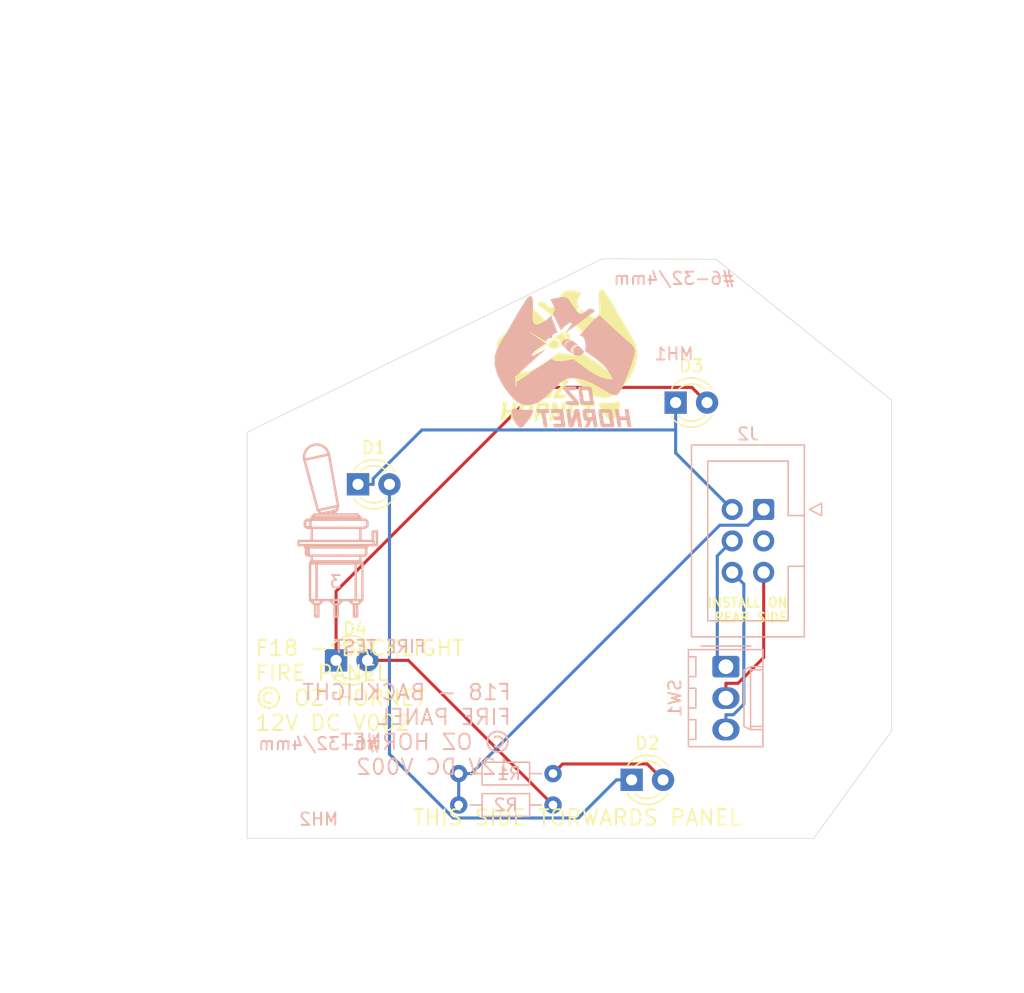
<source format=kicad_pcb>
(kicad_pcb (version 20240108) (generator "pcbnew") (generator_version "8.0")
  (title_block (title "FIRE") (rev "1"))
  (layers (0 "F.Cu" signal) (31 "B.Cu" signal) (34 "B.Paste" user) (35 "F.Paste" user) (36 "B.SilkS" user "B.Silkscreen") (37 "F.SilkS" user "F.Silkscreen") (38 "B.Mask" user) (39 "F.Mask" user) (44 "Edge.Cuts" user))
  (net 0 "")
  (net 1 "/BACKLIGHT_GND")
  (net 2 "/COM")
  (net 3 "/BACKLIGHT_12V")
  (net 4 "/TEST_A")
  (net 5 "/TEST_B")
  (net 7 "Net-(D1-A)")
  (net 8 "Net-(D2-A)")
  (net 9 "Net-(D3-A)")
  (net 10 "Net-(D4-A)")
  (footprint "LED_THT:LED_D3.0mm_FlatTop" (layer "F.Cu") (at 128.1347 101.1939)
    (property "Reference" "D4")
    (property "Value" "LED")
  )
  (footprint "OH_Footprints:100SPX_Toggle_13mm_x_18mm" (layer "F.Cu") (at 142.3587 94.4629 180)
    (property "Reference" "MH3" (hide yes))
    (property "Value" "Switch_100SPx" (hide yes))
  )
  (footprint "LED_THT:LED_D3.0mm_FlatTop" (layer "F.Cu") (at 129.9077 86.9699)
    (property "Reference" "D1")
    (property "Value" "LED")
  )
  (footprint "LED_THT:LED_D3.0mm_FlatTop" (layer "F.Cu") (at 155.5667 80.3659)
    (property "Reference" "D3")
    (property "Value" "LED")
  )
  (footprint "LED_THT:LED_D3.0mm_FlatTop" (layer "F.Cu") (at 152.0107 110.8459)
    (property "Reference" "D2")
    (property "Value" "LED")
  )
  (footprint "Connector_IDC:IDC-Header_2x03_P2.54mm_Vertical" (layer "B.Cu") (at 162.6787 89.0019 180)
    (property "Reference" "J2")
    (property "Value" "CABIN_ALT")
  )
  (footprint "OH_Footprints:100SP3_Toggle_Silkscreen" (layer "B.Cu") (at 127.6267 92.0499 180)
    (property "Reference" "LOGO3" (hide yes))
    (property "Value" "LOGO" (hide yes))
  )
  (footprint "Resistor_THT:R_Axial_DIN0204_L3.6mm_D1.6mm_P7.62mm_Horizontal" (layer "B.Cu") (at 145.6607 110.3379 180)
    (property "Reference" "R1")
    (property "Value" "R")
  )
  (footprint "OH_Footprints:MountingHole_6-32_PHS" (layer "B.Cu") (at 126.7377 110.9729 180)
    (property "Reference" "MH2")
    (property "Value" "6x32 / 4mm" (hide yes))
  )
  (footprint "Connector_Molex:Molex_KK-254_AE-6410-03A_1x03_P2.54mm_Vertical" (layer "B.Cu") (at 159.6307 101.7019 -90)
    (property "Reference" "SW1")
    (property "Value" "FIRE")
  )
  (footprint "OH_Footprints:MountingHole_6-32_PHS" (layer "B.Cu") (at 155.4397 73.3809 180)
    (property "Reference" "MH1")
    (property "Value" "6x32 / 4mm" (hide yes))
  )
  (footprint "Resistor_THT:R_Axial_DIN0204_L3.6mm_D1.6mm_P7.62mm_Horizontal" (layer "B.Cu") (at 145.6607 112.8779 180)
    (property "Reference" "R2")
    (property "Value" "R")
  )
  (gr_poly (pts (xy 146.546986 79.355614) (xy 147.312161 80.252023) (xy 146.691448 80.252023) (xy 146.738544 80.552325) (xy 147.752692 80.552325) (xy 147.707183 80.259431) (xy 146.933013 79.363287) (xy 147.564838 79.363287) (xy 147.517742 79.062984) (xy 146.501478 79.062984)) (stroke (width -0.000001)) (fill solid) (layer "B.SilkS"))
  (gr_poly (pts (xy 147.147061 75.353791) (xy 147.137536 75.354102) (xy 147.128011 75.354288) (xy 147.108961 75.354585) (xy 147.093812 75.355178) (xy 147.078733 75.356076) (xy 147.06373 75.357299) (xy 147.048809 75.358868) (xy 147.033979 75.360803) (xy 147.019245 75.363124) (xy 147.004615 75.365852) (xy 146.990097 75.369005) (xy 146.975696 75.372605) (xy 146.961419 75.376672) (xy 146.947275 75.381225) (xy 146.933269 75.386286) (xy 146.919409 75.391873) (xy 146.905702 75.398008) (xy 146.892154 75.40471) (xy 146.878773 75.412) (xy 146.861614 75.422352) (xy 146.845149 75.433351) (xy 146.829355 75.444972) (xy 146.814215 75.457194) (xy 146.799707 75.469992) (xy 146.785812 75.483344) (xy 146.772508 75.497226) (xy 146.759777 75.511615) (xy 146.747597 75.526488) (xy 146.73595 75.541821) (xy 146.724814 75.557592) (xy 146.714169 75.573776) (xy 146.703996 75.590351) (xy 146.694274 75.607293) (xy 146.684983 75.62458) (xy 146.676102 75.642187) (xy 146.66821 75.659319) (xy 146.661238 75.676474) (xy 146.655169 75.693637) (xy 146.649983 75.710792) (xy 146.645661 75.727924) (xy 146.642186 75.745016) (xy 146.639539 75.762054) (xy 146.637701 75.779022) (xy 146.636652 75.795905) (xy 146.636376 75.812686) (xy 146.636852 75.82935) (xy 146.638063 75.845882) (xy 146.639989 75.862266) (xy 146.642613 75.878487) (xy 146.645914 75.894528) (xy 146.649876 75.910375) (xy 146.654478 75.926013) (xy 146.659703 75.941424) (xy 146.665531 75.956595) (xy 146.671945 75.971508) (xy 146.678925 75.98615) (xy 146.686453 76.000503) (xy 146.69451 76.014553) (xy 146.703077 76.028285) (xy 146.721669 76.054728) (xy 146.742079 76.079709) (xy 146.764158 76.103104) (xy 146.787757 76.124787) (xy 146.788022 76.125052) (xy 146.812081 76.145244) (xy 146.836521 76.16496) (xy 146.886447 76.203071) (xy 146.937612 76.239594) (xy 146.989833 76.27474) (xy 147.042921 76.30872) (xy 147.096691 76.341746) (xy 147.150958 76.374027) (xy 147.205534 76.405775) (xy 147.21367 76.410293) (xy 147.221806 76.414737) (xy 147.238078 76.423502) (xy 147.23775 76.421901) (xy 147.237364 76.42037) (xy 147.236923 76.418904) (xy 147.236432 76.417499) (xy 147.235895 76.41615) (xy 147.235315 76.414851) (xy 147.234697 76.413599) (xy 147.234043 76.412389) (xy 147.233358 76.411217) (xy 147.232647 76.410076) (xy 147.231912 76.408964) (xy 147.231157 76.407875) (xy 147.229606 76.405748) (xy 147.228023 76.403658) (xy 147.219695 76.392972) (xy 147.21169 76.382143) (xy 147.204027 76.371163) (xy 147.196724 76.360027) (xy 147.189801 76.348725) (xy 147.183277 76.337253) (xy 147.177171 76.325602) (xy 147.171502 76.313766) (xy 147.166288 76.301738) (xy 147.16155 76.28951) (xy 147.157305 76.277076) (xy 147.153572 76.264429) (xy 147.150372 76.251562) (xy 147.147722 76.238468) (xy 147.145642 76.22514) (xy 147.144151 76.211571) (xy 147.142567 76.185105) (xy 147.142467 76.159187) (xy 147.143836 76.133822) (xy 147.146656 76.109012) (xy 147.150912 76.084759) (xy 147.156587 76.061068) (xy 147.163665 76.037942) (xy 147.17213 76.015382) (xy 147.181966 75.993393) (xy 147.193155 75.971978) (xy 147.205683 75.95114) (xy 147.219532 75.930881) (xy 147.234686 75.911205) (xy 147.25113 75.892115) (xy 147.268846 75.873615) (xy 147.287819 75.855706) (xy 147.309099 75.837442) (xy 147.33087 75.820458) (xy 147.353134 75.804762) (xy 147.375892 75.790362) (xy 147.399147 75.777269) (xy 147.422899 75.765489) (xy 147.447151 75.755031) (xy 147.471903 75.745904) (xy 147.497158 75.738117) (xy 147.522916 75.731678) (xy 147.54918 75.726595) (xy 147.575951 75.722877) (xy 147.60323 75.720533) (xy 147.631019 75.719571) (xy 147.65932 75.719999) (xy 147.688134 75.721827) (xy 147.686839 75.720138) (xy 147.685711 75.718631) (xy 147.683834 75.716105) (xy 147.683023 75.715055) (xy 147.682636 75.714576) (xy 147.682255 75.714125) (xy 147.681878 75.713701) (xy 147.6815 75.713301) (xy 147.681117 75.712923) (xy 147.680726 75.712566) (xy 147.630915 75.667737) (xy 147.58044 75.623807) (xy 147.529209 75.580882) (xy 147.477129 75.539066) (xy 147.424105 75.498466) (xy 147.370047 75.459186) (xy 147.314859 75.421333) (xy 147.258451 75.385012) (xy 147.251845 75.381022) (xy 147.245221 75.37729) (xy 147.238573 75.373818) (xy 147.231893 75.370609) (xy 147.225176 75.367667) (xy 147.218416 75.364995) (xy 147.211606 75.362596) (xy 147.20474 75.360472) (xy 147.197812 75.358628) (xy 147.190816 75.357066) (xy 147.183746 75.355789) (xy 147.176595 75.3548) (xy 147.169357 75.354103) (xy 147.162026 75.353701) (xy 147.154596 75.353596)) (stroke (width -0.000001)) (fill solid) (layer "B.SilkS"))
  (gr_poly (pts (xy 142.49822 80.860085) (xy 142.48369 80.861377) (xy 142.469872 80.863374) (xy 142.456764 80.866085) (xy 142.444365 80.869519) (xy 142.43267 80.873685) (xy 142.421678 80.878591) (xy 142.411386 80.884247) (xy 142.401792 80.890661) (xy 142.392893 80.897843) (xy 142.384687 80.905801) (xy 142.377172 80.914544) (xy 142.370344 80.924081) (xy 142.364202 80.934422) (xy 142.358743 80.945574) (xy 142.353964 80.957547) (xy 142.349863 80.97035) (xy 142.346438 80.983992) (xy 142.343686 80.998482) (xy 142.341605 81.013827) (xy 142.340191 81.030039) (xy 142.339443 81.047125) (xy 142.339359 81.065094) (xy 142.339935 81.083955) (xy 142.34117 81.103717) (xy 142.349324 81.18837) (xy 142.360603 81.271851) (xy 142.375023 81.354128) (xy 142.392602 81.43517) (xy 142.413358 81.514945) (xy 142.437308 81.593422) (xy 142.464469 81.67057) (xy 142.49486 81.746357) (xy 142.528496 81.820752) (xy 142.565396 81.893723) (xy 142.605578 81.965239) (xy 142.649058 82.035269) (xy 142.695854 82.103781) (xy 142.745984 82.170745) (xy 142.799464 82.236127) (xy 142.856313 82.299898) (xy 142.869706 82.313914) (xy 142.882954 82.326994) (xy 142.896066 82.339139) (xy 142.909051 82.350353) (xy 142.921921 82.360637) (xy 142.934683 82.369995) (xy 142.947349 82.378429) (xy 142.959926 82.385941) (xy 142.972426 82.392534) (xy 142.984858 82.398211) (xy 142.997231 82.402974) (xy 143.009555 82.406826) (xy 143.021839 82.409769) (xy 143.034094 82.411806) (xy 143.046329 82.41294) (xy 143.058554 82.413172) (xy 143.070777 82.412507) (xy 143.08301 82.410945) (xy 143.095261 82.40849) (xy 143.10754 82.405144) (xy 143.119857 82.400911) (xy 143.132222 82.395791) (xy 143.144643 82.389789) (xy 143.157132 82.382907) (xy 143.169696 82.375146) (xy 143.182347 82.36651) (xy 143.195093 82.357002) (xy 143.207945 82.346623) (xy 143.220911 82.335377) (xy 143.234002 82.323266) (xy 143.260596 82.296458) (xy 143.327286 82.223278) (xy 143.3926 82.146944) (xy 143.456367 82.068105) (xy 143.518412 81.987409) (xy 143.578565 81.905503) (xy 143.636653 81.823036) (xy 143.745942 81.659011) (xy 143.844899 81.500517) (xy 143.932146 81.352739) (xy 144.006302 81.220861) (xy 144.065988 81.110066) (xy 144.069159 81.103505) (xy 144.071831 81.096881) (xy 144.074017 81.090213) (xy 144.075727 81.083516) (xy 144.07697 81.076811) (xy 144.077759 81.070113) (xy 144.078103 81.063442) (xy 144.078014 81.056815) (xy 144.077502 81.050249) (xy 144.076578 81.043763) (xy 144.075253 81.037373) (xy 144.073537 81.031099) (xy 144.07144 81.024958) (xy 144.068975 81.018967) (xy 144.066151 81.013144) (xy 144.062979 81.007507) (xy 144.059469 81.002075) (xy 144.055634 80.996863) (xy 144.051482 80.991892) (xy 144.047026 80.987177) (xy 144.042275 80.982738) (xy 144.03724 80.978591) (xy 144.031933 80.974755) (xy 144.026363 80.971247) (xy 144.020541 80.968085) (xy 144.014479 80.965287) (xy 144.008187 80.962871) (xy 144.001675 80.960854) (xy 143.994955 80.959255) (xy 143.988037 80.95809) (xy 143.980931 80.957379) (xy 143.973649 80.957137) (xy 143.683066 80.954719) (xy 143.507598 80.950556) (xy 143.32241 80.943545) (xy 143.1353 80.933023) (xy 142.954065 80.918331) (xy 142.786503 80.898808) (xy 142.710287 80.887028) (xy 142.640414 80.873794) (xy 142.640413 80.874059) (xy 142.600505 80.866638) (xy 142.563517 80.861789) (xy 142.546111 80.86035) (xy 142.529428 80.85958) (xy 142.513466 80.859489)) (stroke (width -0.000001)) (fill solid) (layer "B.SilkS"))
  (gr_poly (pts (xy 149.52203 80.892445) (xy 149.508402 80.893017) (xy 149.494899 80.893911) (xy 149.481566 80.895181) (xy 149.46845 80.896879) (xy 149.455596 80.899059) (xy 149.443049 80.901775) (xy 149.430856 80.905079) (xy 149.419062 80.909027) (xy 149.407713 80.91367) (xy 149.396854 80.919063) (xy 149.386532 80.92526) (xy 149.376793 80.932312) (xy 149.367681 80.940275) (xy 149.363374 80.944614) (xy 149.359242 80.949201) (xy 149.359242 80.9492) (xy 149.353044 80.957064) (xy 149.347444 80.96539) (xy 149.342439 80.974201) (xy 149.338026 80.983518) (xy 149.334203 80.993363) (xy 149.330965 81.00376) (xy 149.328311 81.014729) (xy 149.326236 81.026293) (xy 149.324738 81.038475) (xy 149.323813 81.051295) (xy 149.323459 81.064777) (xy 149.323673 81.078941) (xy 149.32445 81.093812) (xy 149.325789 81.109409) (xy 149.327686 81.125757) (xy 149.330138 81.142876) (xy 149.488888 82.141943) (xy 149.49203 82.160227) (xy 149.49555 82.177592) (xy 149.499449 82.194058) (xy 149.503724 82.209649) (xy 149.508376 82.224386) (xy 149.513402 82.238292) (xy 149.518804 82.25139) (xy 149.524578 82.2637) (xy 149.530725 82.275247) (xy 149.537244 82.286051) (xy 149.544133 82.296136) (xy 149.551391 82.305523) (xy 149.559019 82.314235) (xy 149.567014 82.322294) (xy 149.575377 82.329723) (xy 149.584105 82.336543) (xy 149.593199 82.342778) (xy 149.602656 82.348448) (xy 149.612477 82.353577) (xy 149.62266 82.358187) (xy 149.633205 82.362301) (xy 149.64411 82.365939) (xy 149.655375 82.369125) (xy 149.666998 82.371882) (xy 149.691317 82.376193) (xy 149.71706 82.379052) (xy 149.744218 82.380637) (xy 149.772786 82.381126) (xy 150.376036 82.381126) (xy 150.403693 82.380731) (xy 150.417432 82.380156) (xy 150.431049 82.379257) (xy 150.444497 82.37798) (xy 150.457729 82.37627) (xy 150.470698 82.374074) (xy 150.483358 82.371336) (xy 150.495661 82.368003) (xy 150.50756 82.364021) (xy 150.51901 82.359334) (xy 150.529962 82.35389) (xy 150.540369 82.347633) (xy 150.550186 82.34051) (xy 150.559365 82.332466) (xy 150.5637 82.328082) (xy 150.567859 82.323447) (xy 150.574017 82.315656) (xy 150.579593 82.307356) (xy 150.584589 82.298533) (xy 150.589005 82.289175) (xy 150.592843 82.279268) (xy 150.596104 82.268799) (xy 150.598789 82.257755) (xy 150.600899 82.246123) (xy 150.602435 82.233889) (xy 150.603399 82.22104) (xy 150.603792 82.207563) (xy 150.603615 82.193446) (xy 150.602869 82.178674) (xy 150.601555 82.163235) (xy 150.599674 82.147115) (xy 150.597228 82.130302) (xy 150.589324 82.08056) (xy 150.27814 82.08056) (xy 149.81803 82.08056) (xy 149.811688 82.080547) (xy 149.804404 82.08046) (xy 149.800702 82.080366) (xy 149.797119 82.080225) (xy 149.793772 82.080028) (xy 149.790777 82.079766) (xy 149.790368 82.078113) (xy 149.78993 82.07612) (xy 149.789461 82.073766) (xy 149.788959 82.071035) (xy 149.788419 82.067906) (xy 149.787838 82.064362) (xy 149.787214 82.060384) (xy 149.786544 82.055953) (xy 149.651342 81.207435) (xy 149.650317 81.198637) (xy 149.649891 81.195008) (xy 149.64949 81.191824) (xy 149.6651 81.191824) (xy 149.665101 81.192352) (xy 150.107749 81.192352) (xy 150.114363 81.192369) (xy 150.122168 81.192485) (xy 150.126083 81.192611) (xy 150.129775 81.192799) (xy 150.13307 81.193062) (xy 150.134514 81.193225) (xy 150.135795 81.193411) (xy 150.136239 81.194697) (xy 150.136774 81.196408) (xy 150.13739 81.198597) (xy 150.138076 81.201315) (xy 150.138444 81.20289) (xy 150.138825 81.204617) (xy 150.13922 81.206503) (xy 150.139627 81.208555) (xy 150.140044 81.210778) (xy 150.140472 81.21318) (xy 150.140907 81.215768) (xy 150.141351 81.218547) (xy 150.276553 82.065479) (xy 150.277098 82.070104) (xy 150.277545 82.07411) (xy 150.277892 82.07757) (xy 150.27814 82.08056) (xy 150.589324 82.08056) (xy 150.438478 81.131235) (xy 150.435334 81.11295) (xy 150.431807 81.095585) (xy 150.427897 81.079119) (xy 150.423606 81.063528) (xy 150.418934 81.048791) (xy 150.413883 81.034885) (xy 150.408454 81.021787) (xy 150.402647 81.009477) (xy 150.396464 80.99793) (xy 150.389906 80.987126) (xy 150.382974 80.977041) (xy 150.375668 80.967654) (xy 150.36799 80.958942) (xy 150.35994 80.950882) (xy 150.351521 80.943454) (xy 150.342732 80.936633) (xy 150.333575 80.930399) (xy 150.32405 80.924728) (xy 150.31416 80.919599) (xy 150.303905 80.914989) (xy 150.293285 80.910876) (xy 150.282302 80.907237) (xy 150.270957 80.904051) (xy 150.259251 80.901295) (xy 150.234761 80.896983) (xy 150.208838 80.894124) (xy 150.181491 80.89254) (xy 150.152728 80.892051) (xy 149.549478 80.892051)) (stroke (width -0.000001)) (fill solid) (layer "B.SilkS"))
  (gr_poly (pts (xy 147.659869 75.784538) (xy 147.640794 75.787448) (xy 147.60264 75.793165) (xy 147.583667 75.796326) (xy 147.564834 75.799924) (xy 147.546192 75.804136) (xy 147.53696 75.806528) (xy 147.527796 75.809139) (xy 147.527797 75.809139) (xy 147.504329 75.817008) (xy 147.481484 75.826287) (xy 147.459311 75.836916) (xy 147.437859 75.848836) (xy 147.417177 75.861988) (xy 147.397315 75.876311) (xy 147.378321 75.891746) (xy 147.360245 75.908234) (xy 147.343136 75.925715) (xy 147.327044 75.944129) (xy 147.312017 75.963417) (xy 147.298104 75.983519) (xy 147.285355 76.004376) (xy 147.273818 76.025928) (xy 147.263544 76.048115) (xy 147.254581 76.070878) (xy 147.246979 76.094158) (xy 147.240786 76.117894) (xy 147.236051 76.142027) (xy 147.232825 76.166497) (xy 147.231156 76.191246) (xy 147.231093 76.216212) (xy 147.232685 76.241338) (xy 147.235982 76.266562) (xy 147.241033 76.291827) (xy 147.247886 76.317071) (xy 147.256592 76.342235) (xy 147.267199 76.36726) (xy 147.279757 76.392086) (xy 147.294314 76.416654) (xy 147.31092 76.440904) (xy 147.329624 76.464777) (xy 147.330839 76.466211) (xy 147.332101 76.467636) (xy 147.333408 76.469046) (xy 147.334758 76.470436) (xy 147.336148 76.471804) (xy 147.337577 76.473144) (xy 147.33904 76.474452) (xy 147.340538 76.475724) (xy 147.342066 76.476955) (xy 147.343623 76.478143) (xy 147.345206 76.479281) (xy 147.346813 76.480366) (xy 147.348442 76.481394) (xy 147.350091 76.482361) (xy 147.351756 76.483261) (xy 147.353436 76.484091) (xy 147.385951 76.499371) (xy 147.418491 76.514452) (xy 147.451179 76.529037) (xy 147.467618 76.536051) (xy 147.48414 76.542829) (xy 147.49613 76.54748) (xy 147.508187 76.551808) (xy 147.52031 76.555814) (xy 147.532497 76.559498) (xy 147.544748 76.562859) (xy 147.557061 76.565897) (xy 147.569436 76.568613) (xy 147.581871 76.571007) (xy 147.594364 76.573078) (xy 147.606916 76.574827) (xy 147.619524 76.576253) (xy 147.632187 76.577357) (xy 147.644905 76.578138) (xy 147.657675 76.578597) (xy 147.670498 76.578734) (xy 147.683372 76.578548) (xy 147.711137 76.577083) (xy 147.73829 76.574207) (xy 147.764849 76.569969) (xy 147.790834 76.564413) (xy 147.816263 76.557588) (xy 147.841157 76.54954) (xy 147.865535 76.540316) (xy 147.889416 76.529964) (xy 147.912819 76.518529) (xy 147.935765 76.506059) (xy 147.958271 76.4926) (xy 147.980358 76.4782) (xy 148.002045 76.462906) (xy 148.023352 76.446764) (xy 148.044297 76.429822) (xy 148.064901 76.412125) (xy 148.074168 76.403684) (xy 148.083105 76.395022) (xy 148.09169 76.386131) (xy 148.099904 76.377001) (xy 148.107726 76.367624) (xy 148.115135 76.357989) (xy 148.12211 76.348087) (xy 148.128632 76.337909) (xy 148.134679 76.327446) (xy 148.140232 76.316689) (xy 148.145269 76.305628) (xy 148.14977 76.294253) (xy 148.153714 76.282556) (xy 148.157082 76.270527) (xy 148.159851 76.258157) (xy 148.162003 76.245437) (xy 148.162349 76.242351) (xy 148.162587 76.239342) (xy 148.162708 76.236403) (xy 148.162705 76.233531) (xy 148.162569 76.230721) (xy 148.162291 76.227969) (xy 148.161862 76.225269) (xy 148.161275 76.222617) (xy 148.16052 76.220009) (xy 148.159589 76.217439) (xy 148.158474 76.214904) (xy 148.157166 76.212398) (xy 148.155656 76.209916) (xy 148.153936 76.207455) (xy 148.151997 76.20501) (xy 148.149832 76.202575) (xy 147.984269 76.024775) (xy 147.902033 75.935428) (xy 147.82069 75.845387) (xy 147.813292 75.837415) (xy 147.805774 75.829977) (xy 147.798118 75.823089) (xy 147.790308 75.816763) (xy 147.78233 75.811013) (xy 147.774167 75.805855) (xy 147.765803 75.801301) (xy 147.757223 75.797365) (xy 147.74841 75.794062) (xy 147.739349 75.791406) (xy 147.730023 75.78941) (xy 147.720417 75.788088) (xy 147.710515 75.787455) (xy 147.700301 75.787524) (xy 147.689759 75.788309) (xy 147.678873 75.789825) (xy 147.678873 75.781358)) (stroke (width -0.000001)) (fill solid) (layer "B.SilkS"))
  (gr_poly (pts (xy 148.235361 80.89218) (xy 148.221734 80.892752) (xy 148.20823 80.893647) (xy 148.194898 80.894916) (xy 148.181781 80.896614) (xy 148.168927 80.898794) (xy 148.15638 80.90151) (xy 148.144187 80.904815) (xy 148.132393 80.908762) (xy 148.121044 80.913406) (xy 148.110186 80.918799) (xy 148.099864 80.924995) (xy 148.090124 80.932048) (xy 148.081012 80.94001) (xy 148.076705 80.94435) (xy 148.072573 80.948936) (xy 148.073103 80.9492) (xy 148.066904 80.957064) (xy 148.061304 80.96539) (xy 148.056299 80.974201) (xy 148.051887 80.983518) (xy 148.048063 80.993363) (xy 148.044826 81.00376) (xy 148.042171 81.014729) (xy 148.040096 81.026293) (xy 148.038598 81.038475) (xy 148.037673 81.051295) (xy 148.037319 81.064777) (xy 148.037533 81.078941) (xy 148.03831 81.093812) (xy 148.039649 81.109409) (xy 148.041546 81.125757) (xy 148.043998 81.142876) (xy 148.116494 81.599282) (xy 148.119638 81.617567) (xy 148.123165 81.634931) (xy 148.127075 81.651398) (xy 148.131366 81.666988) (xy 148.136038 81.681726) (xy 148.141089 81.695632) (xy 148.146518 81.708729) (xy 148.152325 81.72104) (xy 148.158508 81.732586) (xy 148.165066 81.743391) (xy 148.171999 81.753475) (xy 148.179305 81.762862) (xy 148.186983 81.771575) (xy 148.195032 81.779634) (xy 148.203452 81.787062) (xy 148.212241 81.793883) (xy 148.221398 81.800117) (xy 148.230922 81.805788) (xy 148.240812 81.810917) (xy 148.251068 81.815527) (xy 148.261687 81.81964) (xy 148.27267 81.823279) (xy 148.284015 81.826465) (xy 148.295721 81.829221) (xy 148.320212 81.833533) (xy 148.346135 81.836392) (xy 148.373482 81.837977) (xy 148.402244 81.838465) (xy 148.440609 81.838465) (xy 148.221269 82.381126) (xy 148.546971 82.381126) (xy 148.766311 81.838465) (xy 148.875319 81.838465) (xy 148.959456 82.381126) (xy 149.270607 82.381126) (xy 149.137518 81.538427) (xy 148.826371 81.538427) (xy 148.445371 81.538427) (xy 148.439029 81.538415) (xy 148.431745 81.538328) (xy 148.428044 81.538233) (xy 148.424461 81.538092) (xy 148.421113 81.537895) (xy 148.418119 81.537634) (xy 148.41771 81.535981) (xy 148.417272 81.533987) (xy 148.416803 81.531634) (xy 148.4163 81.528902) (xy 148.41576 81.525774) (xy 148.41518 81.52223) (xy 148.414556 81.518252) (xy 148.413886 81.513821) (xy 148.364937 81.207963) (xy 148.363912 81.199165) (xy 148.363486 81.195536) (xy 148.363085 81.192352) (xy 148.771602 81.192352) (xy 148.826371 81.538427) (xy 149.137518 81.538427) (xy 149.035392 80.891786) (xy 148.262809 80.891786)) (stroke (width -0.000001)) (fill solid) (layer "B.SilkS"))
  (gr_poly (pts (xy 144.362057 81.192352) (xy 144.728505 81.192352) (xy 144.916624 82.381389) (xy 145.227508 82.381389) (xy 145.03939 81.192352) (xy 145.405573 81.192352) (xy 145.358478 80.892049) (xy 144.314961 80.892049)) (stroke (width -0.000001)) (fill solid) (layer "B.SilkS"))
  (gr_poly (pts (xy 146.270033 71.847666) (xy 146.158241 71.861462) (xy 146.046227 71.880669) (xy 145.93544 71.90394) (xy 145.827327 71.929926) (xy 145.450552 72.034065) (xy 145.591278 72.322262) (xy 145.660512 72.462392) (xy 145.73101 72.600538) (xy 145.748241 72.636095) (xy 145.762731 72.671419) (xy 145.774487 72.706493) (xy 145.783514 72.7413) (xy 145.789818 72.775823) (xy 145.793407 72.810046) (xy 145.794285 72.843951) (xy 145.79246 72.877523) (xy 145.787937 72.910745) (xy 145.780723 72.943599) (xy 145.770824 72.97607) (xy 145.758246 73.008141) (xy 145.742995 73.039794) (xy 145.725078 73.071014) (xy 145.704501 73.101783) (xy 145.681269 73.132085) (xy 145.663021 73.153016) (xy 145.644425 73.174121) (xy 145.606392 73.216752) (xy 145.625045 73.217116) (xy 145.634371 73.217236) (xy 145.643698 73.217281) (xy 145.644276 73.2173) (xy 145.644868 73.217357) (xy 145.645472 73.21745) (xy 145.646087 73.217577) (xy 145.646712 73.217737) (xy 145.647344 73.21793) (xy 145.647983 73.218153) (xy 145.648626 73.218406) (xy 145.64992 73.218993) (xy 145.651214 73.219681) (xy 145.652495 73.220459) (xy 145.653752 73.221316) (xy 145.654971 73.222241) (xy 145.656141 73.223224) (xy 145.657249 73.224253) (xy 145.658283 73.225318) (xy 145.65923 73.226408) (xy 145.660077 73.227511) (xy 145.660813 73.228618) (xy 145.661135 73.229169) (xy 145.661425 73.229717) (xy 145.90299 73.715756) (xy 146.046129 74.006004) (xy 146.204086 74.326415) (xy 146.251115 74.422855) (xy 146.298542 74.520883) (xy 146.311238 74.510114) (xy 146.323513 74.499816) (xy 146.329484 74.494743) (xy 146.33534 74.489667) (xy 146.341079 74.484547) (xy 146.346696 74.479344) (xy 146.375023 74.452423) (xy 146.403251 74.425303) (xy 146.459409 74.370865) (xy 146.553567 74.280212) (xy 146.576991 74.257448) (xy 146.600238 74.234501) (xy 146.623242 74.2113) (xy 146.64594 74.187773) (xy 146.663248 74.170209) (xy 146.681015 74.153299) (xy 146.699206 74.13699) (xy 146.717783 74.12123) (xy 146.736711 74.105967) (xy 146.755952 74.091147) (xy 146.795231 74.062625) (xy 146.835329 74.035245) (xy 146.875954 74.008584) (xy 146.957619 73.955734) (xy 146.960076 73.954129) (xy 146.962579 73.952581) (xy 146.967682 73.949611) (xy 146.977992 73.943861) (xy 146.983039 73.9409) (xy 146.9855 73.939359) (xy 146.987906 73.937763) (xy 146.990246 73.9361) (xy 146.992512 73.934359) (xy 146.994693 73.932529) (xy 146.996778 73.930598) (xy 146.998839 73.928683) (xy 147.000905 73.926904) (xy 147.002977 73.925258) (xy 147.005055 73.923742) (xy 147.007139 73.922353) (xy 147.00923 73.921087) (xy 147.011328 73.91994) (xy 147.013434 73.918911) (xy 147.015548 73.917995) (xy 147.017671 73.91719) (xy 147.019802 73.916491) (xy 147.021944 73.915897) (xy 147.024095 73.915403) (xy 147.026256 73.915006) (xy 147.030611 73.914492) (xy 147.035013 73.914328) (xy 147.039465 73.914488) (xy 147.04397 73.914947) (xy 147.048533 73.915678) (xy 147.053155 73.916656) (xy 147.057842 73.917854) (xy 147.062596 73.919247) (xy 147.067421 73.920809) (xy 147.081942 73.925455) (xy 147.096521 73.9299) (xy 147.125795 73.93837) (xy 147.184367 73.95494) (xy 147.185156 73.955203) (xy 147.185938 73.955497) (xy 147.186722 73.955822) (xy 147.187513 73.956176) (xy 147.189143 73.956972) (xy 147.190882 73.957883) (xy 147.194897 73.960037) (xy 147.197277 73.961274) (xy 147.199977 73.962613) (xy 146.675044 74.739694) (xy 146.679278 74.744457) (xy 146.760769 74.684132) (xy 147.259509 74.312657) (xy 147.68734 73.994892) (xy 148.183434 73.627386) (xy 148.561259 73.346398) (xy 149.028778 73.000059) (xy 149.028248 73.000058) (xy 149.043759 72.988417) (xy 149.051577 72.982571) (xy 149.059469 72.976775) (xy 149.024015 72.942611) (xy 148.988561 72.908248) (xy 148.957443 72.879897) (xy 148.926637 72.854691) (xy 148.896049 72.832653) (xy 148.865587 72.813808) (xy 148.850375 72.805591) (xy 148.83516 72.798182) (xy 148.81993 72.791584) (xy 148.804674 72.7858) (xy 148.789381 72.780832) (xy 148.774038 72.776685) (xy 148.758635 72.773361) (xy 148.74316 72.770863) (xy 148.727601 72.769195) (xy 148.711946 72.768359) (xy 148.696185 72.768359) (xy 148.680306 72.769197) (xy 148.664296 72.770877) (xy 148.648146 72.773402) (xy 148.631842 72.776776) (xy 148.615374 72.781) (xy 148.59873 72.786078) (xy 148.581899 72.792014) (xy 148.564868 72.79881) (xy 148.547627 72.80647) (xy 148.512468 72.824393) (xy 148.476327 72.845806) (xy 148.431338 72.875617) (xy 148.389258 72.905305) (xy 148.313061 72.963626) (xy 148.246201 73.019403) (xy 148.187142 73.071264) (xy 148.134347 73.117843) (xy 148.086281 73.157769) (xy 148.063542 73.174809) (xy 148.041408 73.189673) (xy 148.019689 73.20219) (xy 147.998192 73.212188) (xy 147.976725 73.219496) (xy 147.955097 73.223944) (xy 147.933115 73.225359) (xy 147.910587 73.223571) (xy 147.887321 73.218409) (xy 147.863125 73.209702) (xy 147.837808 73.197278) (xy 147.811177 73.180967) (xy 147.783041 73.160597) (xy 147.753206 73.135998) (xy 147.721482 73.106997) (xy 147.687676 73.073424) (xy 147.651597 73.035109) (xy 147.613051 72.991879) (xy 147.527796 72.889992) (xy 147.387381 72.693861) (xy 147.249818 72.495696) (xy 147.114984 72.295647) (xy 146.982754 72.09386) (xy 146.955357 72.052741) (xy 146.924829 72.015839) (xy 146.891351 71.982986) (xy 146.855104 71.954013) (xy 146.81627 71.928751) (xy 146.775029 71.907034) (xy 146.731561 71.88869) (xy 146.686049 71.873554) (xy 146.638672 71.861454) (xy 146.589612 71.852225) (xy 146.53905 71.845696) (xy 146.487166 71.841699) (xy 146.380157 71.840629)) (stroke (width -0.000001)) (fill solid) (layer "B.SilkS"))
  (gr_poly (pts (xy 143.788918 71.765763) (xy 143.744384 71.784762) (xy 143.695328 71.815638) (xy 143.641553 71.859085) (xy 143.58286 71.915797) (xy 143.274487 72.380286) (xy 142.980201 72.854079) (xy 142.696128 73.334626) (xy 142.418395 73.819374) (xy 141.866462 74.791268) (xy 141.584516 75.273309) (xy 141.29342 75.749344) (xy 141.293948 75.748288) (xy 141.224938 75.869285) (xy 141.163682 75.990792) (xy 141.110066 76.112829) (xy 141.063976 76.235414) (xy 141.025295 76.358569) (xy 140.993911 76.482312) (xy 140.969707 76.606664) (xy 140.95257 76.731644) (xy 140.942384 76.857273) (xy 140.939035 76.983569) (xy 140.942407 77.110552) (xy 140.952388 77.238243) (xy 140.968861 77.366661) (xy 140.991712 77.495826) (xy 141.020826 77.625757) (xy 141.056088 77.756475) (xy 141.110091 77.929317) (xy 141.16943 78.096858) (xy 141.233994 78.259472) (xy 141.303668 78.417532) (xy 141.378338 78.57141) (xy 141.457891 78.721481) (xy 141.542214 78.868116) (xy 141.631193 79.011691) (xy 141.724714 79.152577) (xy 141.822664 79.291148) (xy 141.924929 79.427778) (xy 142.031396 79.562839) (xy 142.141951 79.696704) (xy 142.25648 79.829748) (xy 142.374871 79.962343) (xy 142.497008 80.094862) (xy 142.582457 80.177913) (xy 142.675413 80.252778) (xy 142.775167 80.319373) (xy 142.881009 80.377611) (xy 142.992232 80.427406) (xy 143.108124 80.468672) (xy 143.227978 80.501323) (xy 143.351083 80.525273) (xy 143.476731 80.540436) (xy 143.604212 80.546726) (xy 143.732817 80.544057) (xy 143.861836 80.532342) (xy 143.990562 80.511497) (xy 144.118283 80.481434) (xy 144.244291 80.442068) (xy 144.367877 80.393312) (xy 144.404257 80.377001) (xy 144.440532 80.359925) (xy 144.476651 80.34209) (xy 144.512558 80.323508) (xy 144.548201 80.304186) (xy 144.583524 80.284133) (xy 144.618474 80.263359) (xy 144.652998 80.241871) (xy 144.687041 80.21968) (xy 144.72055 80.196795) (xy 144.75347 80.173223) (xy 144.785748 80.148974) (xy 144.81733 80.124057) (xy 144.848163 80.09848) (xy 144.878191 80.072253) (xy 144.907361 80.045385) (xy 145.059419 79.901251) (xy 145.208676 79.762062) (xy 145.501583 79.490918) (xy 145.646626 79.355162) (xy 145.791661 79.216748) (xy 145.937384 79.073776) (xy 146.084493 78.924346) (xy 146.173003 78.832807) (xy 146.264433 78.750949) (xy 146.3586 78.678443) (xy 146.45532 78.614958) (xy 146.554412 78.560165) (xy 146.655691 78.513733) (xy 146.758976 78.475332) (xy 146.864083 78.444632) (xy 146.970831 78.421302) (xy 147.079035 78.405014) (xy 147.188514 78.395436) (xy 147.299084 78.392239) (xy 147.410562 78.395092) (xy 147.522767 78.403665) (xy 147.635515 78.417629) (xy 147.748623 78.436653) (xy 147.975188 78.48856) (xy 148.201002 78.556746) (xy 148.4246 78.638569) (xy 148.644522 78.73139) (xy 148.859305 78.832567) (xy 149.067486 78.939459) (xy 149.267604 79.049426) (xy 149.458195 79.159825) (xy 149.988254 79.484303) (xy 150.123583 79.56047) (xy 150.192285 79.596264) (xy 150.261829 79.630159) (xy 150.332327 79.661872) (xy 150.403889 79.691123) (xy 150.47663 79.717631) (xy 150.550659 79.741114) (xy 150.593244 79.751851) (xy 150.613615 79.756218) (xy 150.633397 79.759904) (xy 150.652611 79.7629) (xy 150.671277 79.765196) (xy 150.689415 79.766785) (xy 150.707044 79.767655) (xy 150.724186 79.767799) (xy 150.740858 79.767206) (xy 150.757082 79.765867) (xy 150.772878 79.763773) (xy 150.788265 79.760915) (xy 150.803264 79.757284) (xy 150.817894 79.752869) (xy 150.832176 79.747663) (xy 150.846129 79.741654) (xy 150.859773 79.734835) (xy 150.873128 79.727196) (xy 150.886215 79.718728) (xy 150.899053 79.709421) (xy 150.911662 79.699266) (xy 150.924062 79.688253) (xy 150.936273 79.676374) (xy 150.948315 79.663619) (xy 150.960208 79.649979) (xy 150.971972 79.635444) (xy 150.983627 79.620005) (xy 150.995193 79.603653) (xy 151.006689 79.586379) (xy 151.018137 79.568173) (xy 151.029555 79.549027) (xy 151.072255 79.47465) (xy 151.11418 79.399752) (xy 151.15525 79.324333) (xy 151.195383 79.248394) (xy 151.234499 79.171933) (xy 151.272517 79.094952) (xy 151.309357 79.01745) (xy 151.344938 78.939426) (xy 151.475064 78.640777) (xy 151.599732 78.340141) (xy 151.718943 78.037514) (xy 151.832698 77.732893) (xy 151.940995 77.426276) (xy 152.043835 77.117658) (xy 152.141218 76.807038) (xy 152.233145 76.494411) (xy 152.249254 76.430821) (xy 152.255629 76.399654) (xy 152.260889 76.368895) (xy 152.265038 76.338538) (xy 152.268079 76.308575) (xy 152.270016 76.278998) (xy 152.270852 76.2498) (xy 152.270591 76.220974) (xy 152.269236 76.192512) (xy 152.266791 76.164407) (xy 152.263259 76.136652) (xy 152.258644 76.109238) (xy 152.25295 76.08216) (xy 152.24618 76.055408) (xy 152.238337 76.028976) (xy 152.229425 76.002857) (xy 152.219448 75.977043) (xy 152.208409 75.951526) (xy 152.196312 75.926299) (xy 152.18316 75.901355) (xy 152.168957 75.876686) (xy 152.153706 75.852286) (xy 152.137411 75.828145) (xy 152.101702 75.780617) (xy 152.061859 75.734041) (xy 152.017911 75.688359) (xy 151.969884 75.643512) (xy 150.669193 74.476699) (xy 150.024031 73.887637) (xy 149.7042 73.59013) (xy 149.386757 73.290043) (xy 149.316411 73.362439) (xy 149.246264 73.435034) (xy 149.213182 73.469666) (xy 149.18025 73.504521) (xy 149.147516 73.539623) (xy 149.11503 73.574999) (xy 149.112242 73.577934) (xy 149.109426 73.580685) (xy 149.106576 73.583244) (xy 149.103682 73.585607) (xy 149.100737 73.587769) (xy 149.097734 73.589724) (xy 149.094662 73.591466) (xy 149.091515 73.592991) (xy 149.088285 73.594292) (xy 149.084962 73.595365) (xy 149.08154 73.596203) (xy 149.078009 73.596802) (xy 149.074362 73.597156) (xy 149.070591 73.59726) (xy 149.066687 73.597108) (xy 149.062643 73.596695) (xy 149.058105 73.596169) (xy 149.053711 73.595885) (xy 149.049452 73.595848) (xy 149.045317 73.596067) (xy 149.041294 73.596545) (xy 149.037375 73.59729) (xy 149.033547 73.598308) (xy 149.029801 73.599605) (xy 149.026127 73.601188) (xy 149.022514 73.603061) (xy 149.01895 73.605233) (xy 149.015427 73.607708) (xy 149.011933 73.610494) (xy 149.008459 73.613595) (xy 149.004992 73.617019) (xy 149.001524 73.620772) (xy 148.974595 73.650982) (xy 148.947421 73.680928) (xy 148.892549 73.740265) (xy 148.782184 73.858368) (xy 148.69001 73.958414) (xy 148.598034 74.058657) (xy 148.409386 74.26371) (xy 148.222591 74.46691) (xy 147.982614 74.727524) (xy 147.902379 74.815895) (xy 147.821747 74.905059) (xy 147.828663 74.916781) (xy 147.832163 74.922389) (xy 147.835749 74.927793) (xy 147.839464 74.932966) (xy 147.84335 74.937881) (xy 147.847451 74.942511) (xy 147.85181 74.94683) (xy 147.85647 74.950812) (xy 147.858926 74.952667) (xy 147.861473 74.954428) (xy 147.864117 74.956092) (xy 147.866863 74.957654) (xy 147.869717 74.959111) (xy 147.872683 74.960461) (xy 147.875768 74.961699) (xy 147.878976 74.962823) (xy 147.882313 74.963829) (xy 147.885785 74.964713) (xy 147.889396 74.965473) (xy 147.893152 74.966105) (xy 147.897059 74.966606) (xy 147.901122 74.966972) (xy 147.906432 74.967556) (xy 147.911745 74.968496) (xy 147.917055 74.969764) (xy 147.922359 74.971329) (xy 147.927652 74.973165) (xy 147.932929 74.975241) (xy 147.938188 74.97753) (xy 147.943422 74.980003) (xy 147.948629 74.98263) (xy 147.953804 74.985384) (xy 147.964039 74.991157) (xy 147.983937 75.002955) (xy 148.003782 75.015494) (xy 148.022571 75.028874) (xy 148.040351 75.043056) (xy 148.057168 75.058001) (xy 148.073071 75.07367) (xy 148.088107 75.090024) (xy 148.102323 75.107024) (xy 148.115765 75.124631) (xy 148.128482 75.142804) (xy 148.140521 75.161506) (xy 148.151929 75.180697) (xy 148.162754 75.200339) (xy 148.173042 75.220391) (xy 148.18284 75.240814) (xy 148.192197 75.26157) (xy 148.20116 75.28262) (xy 148.213678 75.314761) (xy 148.22491 75.347261) (xy 148.234958 75.380084) (xy 148.243923 75.413192) (xy 148.251909 75.446548) (xy 148.259017 75.480115) (xy 148.26535 75.513856) (xy 148.27101 75.547733) (xy 148.273792 75.566928) (xy 148.276053 75.586205) (xy 148.277893 75.605543) (xy 148.27941 75.624925) (xy 148.284239 75.702514) (xy 148.286045 75.730932) (xy 148.287579 75.7594) (xy 148.288096 75.773636) (xy 148.288369 75.787867) (xy 148.288337 75.802085) (xy 148.287943 75.816285) (xy 148.28577 75.858418) (xy 148.282808 75.900439) (xy 148.278743 75.942286) (xy 148.273259 75.983898) (xy 148.269885 76.004597) (xy 148.266037 76.025213) (xy 148.261677 76.045739) (xy 148.256763 76.066167) (xy 148.251258 76.08649) (xy 148.245121 76.1067) (xy 148.238312 76.126789) (xy 148.230793 76.14675) (xy 148.228725 76.151581) (xy 148.226502 76.156378) (xy 148.224142 76.161181) (xy 148.221665 76.166031) (xy 148.216431 76.176031) (xy 148.213712 76.181262) (xy 148.210949 76.186701) (xy 148.267735 76.226719) (xy 148.325514 76.267135) (xy 148.553386 76.425984) (xy 148.780862 76.585428) (xy 148.938156 76.697479) (xy 149.016308 76.754274) (xy 149.093864 76.811911) (xy 149.158682 76.861339) (xy 149.222881 76.911659) (xy 149.286336 76.962972) (xy 149.317745 76.989032) (xy 149.348922 77.015376) (xy 149.425064 77.081249) (xy 149.500462 77.148065) (xy 149.650018 77.283135) (xy 149.686551 77.316889) (xy 149.704651 77.333954) (xy 149.722613 77.351165) (xy 149.740413 77.368537) (xy 149.75803 77.386086) (xy 149.775442 77.403827) (xy 149.792628 77.421776) (xy 149.848216 77.481313) (xy 149.902765 77.541728) (xy 149.95613 77.603128) (xy 150.008164 77.665623) (xy 150.058723 77.729321) (xy 150.10766 77.79433) (xy 150.15483 77.86076) (xy 150.200086 77.928718) (xy 150.236534 77.987166) (xy 150.271201 78.046457) (xy 150.303996 78.106642) (xy 150.334825 78.167769) (xy 150.363596 78.229888) (xy 150.390214 78.293049) (xy 150.414588 78.357302) (xy 150.436624 78.422695) (xy 150.439223 78.431148) (xy 150.441692 78.439666) (xy 150.446413 78.457058) (xy 150.456203 78.494397) (xy 150.412084 78.494761) (xy 150.391239 78.494732) (xy 150.380969 78.494524) (xy 150.370742 78.494133) (xy 150.346934 78.492744) (xy 150.323151 78.490958) (xy 150.299417 78.488775) (xy 150.275757 78.486195) (xy 150.164566 78.474024) (xy 150.10907 78.467294) (xy 150.08139 78.463551) (xy 150.053772 78.459473) (xy 149.996224 78.449846) (xy 149.939067 78.438666) (xy 149.882294 78.425991) (xy 149.825899 78.411881) (xy 149.769877 78.396394) (xy 149.71422 78.379589) (xy 149.658923 78.361526) (xy 149.60398 78.342262) (xy 149.530141 78.314799) (xy 149.493387 78.30053) (xy 149.456773 78.285873) (xy 149.42032 78.270807) (xy 149.384049 78.25531) (xy 149.347984 78.23936) (xy 149.312145 78.222936) (xy 149.226742 78.182474) (xy 149.184218 78.161725) (xy 149.141886 78.14055) (xy 149.099801 78.118892) (xy 149.058021 78.096692) (xy 149.0166 78.073889) (xy 148.975595 78.050427) (xy 148.925858 78.021053) (xy 148.876451 77.991106) (xy 148.827353 77.960632) (xy 148.778546 77.929678) (xy 148.681734 77.866512) (xy 148.585864 77.801983) (xy 148.537952 77.768838) (xy 148.490407 77.735163) (xy 148.396091 77.666682) (xy 148.208303 77.528404) (xy 147.877838 77.287898) (xy 147.573038 77.064854) (xy 147.440515 76.967818) (xy 147.308191 76.870385) (xy 147.30592 76.868808) (xy 147.303669 76.867444) (xy 147.301432 76.866282) (xy 147.299203 76.865312) (xy 147.296978 76.864524) (xy 147.29475 76.863906) (xy 147.292514 76.863449) (xy 147.290265 76.863142) (xy 147.287998 76.862974) (xy 147.285706 76.862936) (xy 147.283385 76.863016) (xy 147.28103 76.863204) (xy 147.278633 76.86349) (xy 147.276192 76.863863) (xy 147.273699 76.864313) (xy 147.271149 76.864829) (xy 146.968565 76.926543) (xy 146.665782 76.987066) (xy 146.648967 76.990224) (xy 146.632069 76.992986) (xy 146.615102 76.9954) (xy 146.598082 76.997517) (xy 146.581025 76.999386) (xy 146.563947 77.001056) (xy 146.529787 77.003999) (xy 146.465489 77.008981) (xy 146.401166 77.013491) (xy 146.336794 77.017356) (xy 146.272347 77.020403) (xy 146.253683 77.020864) (xy 146.235 77.020912) (xy 146.216304 77.020631) (xy 146.197602 77.020106) (xy 146.122858 77.017228) (xy 146.070602 77.015773) (xy 146.057508 77.01527) (xy 146.044425 77.014624) (xy 146.031368 77.013792) (xy 146.018347 77.01273) (xy 145.976057 77.008521) (xy 145.93397 77.003416) (xy 145.892169 76.997089) (xy 145.871401 76.993366) (xy 145.850734 76.989216) (xy 145.830179 76.984597) (xy 145.809745 76.979469) (xy 145.789444 76.973792) (xy 145.769284 76.967524) (xy 145.749276 76.960625) (xy 145.72943 76.953055) (xy 145.709756 76.944773) (xy 145.690264 76.935737) (xy 145.688432 76.934819) (xy 145.686608 76.933854) (xy 145.684796 76.932843) (xy 145.682996 76.931789) (xy 145.681212 76.930692) (xy 145.679446 76.929556) (xy 145.6777 76.928381) (xy 145.675976 76.927171) (xy 145.674278 76.925926) (xy 145.672606 76.924649) (xy 145.670964 76.923343) (xy 145.669354 76.922007) (xy 145.667777 76.920646) (xy 145.666238 76.91926) (xy 145.664737 76.917851) (xy 145.663277 76.916422) (xy 145.636938 76.89053) (xy 145.610724 76.864465) (xy 145.584658 76.83825) (xy 145.558766 76.811912) (xy 145.557254 76.810388) (xy 145.555785 76.808996) (xy 145.554348 76.807746) (xy 145.552929 76.806645) (xy 145.551516 76.805702) (xy 145.550808 76.805293) (xy 145.550097 76.804926) (xy 145.549381 76.804603) (xy 145.548659 76.804325) (xy 145.54793 76.804093) (xy 145.547191 76.803908) (xy 145.546441 76.803771) (xy 145.545679 76.803683) (xy 145.544903 76.803646) (xy 145.544111 76.803659) (xy 145.543302 76.803725) (xy 145.542475 76.803844) (xy 145.541627 76.804018) (xy 145.540758 76.804247) (xy 145.539866 76.804533) (xy 145.538949 76.804877) (xy 145.538005 76.805279) (xy 145.537033 76.805741) (xy 145.536033 76.806264) (xy 145.535001 76.806848) (xy 145.533936 76.807496) (xy 145.532838 76.808208) (xy 145.1185 77.080729) (xy 144.629549 77.401403) (xy 144.268922 77.638205) (xy 143.89295 77.884003) (xy 143.839041 77.91959) (xy 143.811987 77.937209) (xy 143.798392 77.945867) (xy 143.784735 77.954382) (xy 143.781504 77.956431) (xy 143.77847 77.958516) (xy 143.775649 77.96065) (xy 143.77306 77.962845) (xy 143.770719 77.965113) (xy 143.769646 77.966278) (xy 143.768643 77.967465) (xy 143.767709 77.968677) (xy 143.766849 77.969915) (xy 143.766063 77.97118) (xy 143.765354 77.972473) (xy 143.764724 77.973797) (xy 143.764175 77.975153) (xy 143.76371 77.976542) (xy 143.76333 77.977965) (xy 143.763038 77.979425) (xy 143.762835 77.980922) (xy 143.762725 77.982459) (xy 143.762708 77.984036) (xy 143.762787 77.985656) (xy 143.762965 77.98732) (xy 143.763243 77.989028) (xy 143.763624 77.990784) (xy 143.764109 77.992588) (xy 143.764701 77.994441) (xy 143.765402 77.996346) (xy 143.766214 77.998303) (xy 143.766795 77.999696) (xy 143.767298 78.001049) (xy 143.767725 78.002363) (xy 143.768077 78.003638) (xy 143.768355 78.004878) (xy 143.768562 78.006082) (xy 143.768698 78.007252) (xy 143.768765 78.00839) (xy 143.768764 78.009498) (xy 143.768696 78.010575) (xy 143.768564 78.011624) (xy 143.768367 78.012646) (xy 143.768109 78.013643) (xy 143.76779 78.014616) (xy 143.767411 78.015565) (xy 143.766975 78.016493) (xy 143.766482 78.017401) (xy 143.765933 78.01829) (xy 143.765331 78.019162) (xy 143.764677 78.020018) (xy 143.763971 78.020858) (xy 143.763216 78.021686) (xy 143.762413 78.022501) (xy 143.761563 78.023306) (xy 143.759729 78.024889) (xy 143.757724 78.026446) (xy 143.75556 78.027987) (xy 143.753249 78.029524) (xy 143.219585 78.379568) (xy 142.879595 78.60314) (xy 142.845447 78.626089) (xy 142.811398 78.649211) (xy 142.794287 78.660612) (xy 142.777052 78.671787) (xy 142.759643 78.682646) (xy 142.742011 78.693098) (xy 142.739818 78.694398) (xy 142.73775 78.695719) (xy 142.735804 78.69706) (xy 142.733977 78.698422) (xy 142.732266 78.699806) (xy 142.730667 78.701211) (xy 142.729178 78.702638) (xy 142.727794 78.704087) (xy 142.726513 78.705559) (xy 142.725332 78.707053) (xy 142.724247 78.708571) (xy 142.723254 78.710112) (xy 142.722352 78.711676) (xy 142.721536 78.713265) (xy 142.720803 78.714877) (xy 142.72015 78.716515) (xy 142.719072 78.719864) (xy 142.718274 78.723314) (xy 142.717731 78.726869) (xy 142.717418 78.730529) (xy 142.717307 78.734298) (xy 142.717374 78.738178) (xy 142.717591 78.742171) (xy 142.717934 78.74628) (xy 142.718905 78.755904) (xy 142.719993 78.765528) (xy 142.7223 78.784777) (xy 142.723407 78.794401) (xy 142.724408 78.804026) (xy 142.725248 78.81365) (xy 142.725871 78.823274) (xy 142.727752 78.856298) (xy 142.72941 78.88942) (xy 142.729962 78.905987) (xy 142.730225 78.922542) (xy 142.730122 78.939073) (xy 142.729576 78.955566) (xy 142.729301 78.960389) (xy 142.728877 78.965232) (xy 142.728311 78.970089) (xy 142.727608 78.974955) (xy 142.726775 78.979823) (xy 142.725818 78.98469) (xy 142.724743 78.989548) (xy 142.723557 78.994393) (xy 142.722265 78.99922) (xy 142.720874 79.004023) (xy 142.717819 79.013535) (xy 142.714441 79.022885) (xy 142.710791 79.032031) (xy 142.709552 79.034844) (xy 142.708267 79.037481) (xy 142.706939 79.039941) (xy 142.70557 79.042224) (xy 142.704162 79.04433) (xy 142.702719 79.046259) (xy 142.701241 79.04801) (xy 142.699732 79.049584) (xy 142.698194 79.050981) (xy 142.696629 79.0522) (xy 142.69504 79.053241) (xy 142.693429 79.054104) (xy 142.691798 79.054789) (xy 142.690151 79.055297) (xy 142.688488 79.055626) (xy 142.686813 79.055777) (xy 142.685128 79.05575) (xy 142.683435 79.055545) (xy 142.681737 79.055161) (xy 142.680035 79.054598) (xy 142.678334 79.053857) (xy 142.676634 79.052937) (xy 142.674938 79.051838) (xy 142.673249 79.05056) (xy 142.671568 79.049103) (xy 142.669899 79.047467) (xy 142.668244 79.045652) (xy 142.666605 79.043657) (xy 142.664984 79.041483) (xy 142.663384 79.039129) (xy 142.661807 79.036596) (xy 142.660255 79.033883) (xy 142.657874 79.029431) (xy 142.655589 79.024911) (xy 142.6534 79.020327) (xy 142.651304 79.015684) (xy 142.647386 79.006247) (xy 142.643817 78.996642) (xy 142.640584 78.986914) (xy 142.63767 78.977105) (xy 142.63506 78.967258) (xy 142.632738 78.957418) (xy 142.630659 78.946941) (xy 142.628951 78.936359) (xy 142.627566 78.92569) (xy 142.626454 78.914953) (xy 142.625565 78.904166) (xy 142.62485 78.893348) (xy 142.623743 78.871693) (xy 142.615011 78.662408) (xy 142.609356 78.544536) (xy 142.603105 78.426664) (xy 142.600351 78.382255) (xy 142.59735 78.337896) (xy 142.591199 78.249128) (xy 142.591152 78.247473) (xy 142.591209 78.245835) (xy 142.591367 78.244214) (xy 142.591625 78.242612) (xy 142.591982 78.241032) (xy 142.592435 78.239476) (xy 142.592982 78.237945) (xy 142.593621 78.236441) (xy 142.594352 78.234966) (xy 142.595171 78.233522) (xy 142.596077 78.23211) (xy 142.597068 78.230734) (xy 142.598143 78.229394) (xy 142.599299 78.228093) (xy 142.600535 78.226832) (xy 142.601848 78.225613) (xy 142.604701 78.223311) (xy 142.607844 78.2212) (xy 142.61126 78.219296) (xy 142.614937 78.217614) (xy 142.618858 78.216169) (xy 142.623009 78.214977) (xy 142.627376 78.214052) (xy 142.631944 78.213409) (xy 142.634788 78.213063) (xy 142.637724 78.21267) (xy 142.640697 78.212307) (xy 142.642181 78.212162) (xy 142.643652 78.212053) (xy 142.645105 78.211991) (xy 142.646533 78.211986) (xy 142.647928 78.212046) (xy 142.649283 78.212181) (xy 142.650592 78.212402) (xy 142.651847 78.212718) (xy 142.652453 78.212915) (xy 142.653042 78.213139) (xy 142.653614 78.213391) (xy 142.654169 78.213673) (xy 142.656446 78.214801) (xy 142.658662 78.215756) (xy 142.66082 78.216546) (xy 142.662923 78.217177) (xy 142.664971 78.217655) (xy 142.666968 78.217987) (xy 142.668915 78.218179) (xy 142.670814 78.218238) (xy 142.672667 78.218169) (xy 142.674477 78.217979) (xy 142.676245 78.217676) (xy 142.677973 78.217264) (xy 142.679664 78.216751) (xy 142.681319 78.216142) (xy 142.682941 78.215445) (xy 142.684531 78.214666) (xy 142.686092 78.21381) (xy 142.687625 78.212885) (xy 142.690617 78.210852) (xy 142.693524 78.208617) (xy 142.696363 78.206232) (xy 142.707351 78.196211) (xy 142.86028 78.056247) (xy 143.05078 77.885591) (xy 143.191009 77.758061) (xy 143.399236 77.570207) (xy 143.540788 77.44109) (xy 143.74293 77.259057) (xy 143.84162 77.168834) (xy 144.046672 76.98389) (xy 144.094429 76.940134) (xy 144.118258 76.918294) (xy 144.142187 76.896577) (xy 144.348826 76.710311) (xy 144.484292 76.587544) (xy 144.694372 76.398102) (xy 144.762866 76.336025) (xy 144.831161 76.273748) (xy 145.081722 76.046206) (xy 145.081763 76.046147) (xy 145.081786 76.046069) (xy 145.081794 76.045972) (xy 145.081788 76.045855) (xy 145.08177 76.045718) (xy 145.081741 76.04556) (xy 145.081656 76.045181) (xy 145.081547 76.044715) (xy 145.081425 76.04416) (xy 145.081303 76.043511) (xy 145.081246 76.043151) (xy 145.081193 76.042767) (xy 144.008308 76.594688) (xy 143.995079 76.565054) (xy 143.971928 76.511013) (xy 143.960551 76.483869) (xy 143.94957 76.456575) (xy 143.949161 76.455276) (xy 143.948827 76.45387) (xy 143.948569 76.452376) (xy 143.948388 76.450812) (xy 143.948284 76.449195) (xy 143.948258 76.447543) (xy 143.948312 76.445874) (xy 143.948446 76.444206) (xy 143.94866 76.442556) (xy 143.948955 76.440943) (xy 143.949333 76.439384) (xy 143.949793 76.437897) (xy 143.950338 76.4365) (xy 143.950967 76.435211) (xy 143.951313 76.434613) (xy 143.951681 76.434048) (xy 143.95207 76.433518) (xy 143.952481 76.433027) (xy 144.118374 76.241204) (xy 144.127404 76.231101) (xy 144.136807 76.221497) (xy 144.146549 76.212346) (xy 144.156594 76.2036) (xy 144.166908 76.195215) (xy 144.177454 76.187143) (xy 144.188199 76.179337) (xy 144.199105 76.171751) (xy 144.221265 76.157054) (xy 144.24365 76.14268) (xy 144.26598 76.128256) (xy 144.287972 76.113411) (xy 144.550042 75.93194) (xy 144.812906 75.751461) (xy 145.060291 75.581334) (xy 145.057384 75.578967) (xy 145.054598 75.576638) (xy 145.049278 75.57214) (xy 145.046687 75.569996) (xy 145.044106 75.567939) (xy 145.041506 75.565982) (xy 145.04019 75.565044) (xy 145.038859 75.564136) (xy 144.639339 75.293732) (xy 144.21627 75.006659) (xy 144.010557 74.866364) (xy 143.907527 74.796514) (xy 143.80405 74.727259) (xy 143.800595 74.724882) (xy 143.797272 74.722419) (xy 143.790992 74.717249) (xy 143.785156 74.711787) (xy 143.779708 74.706068) (xy 143.774596 74.700128) (xy 143.769764 74.694005) (xy 143.765158 74.687735) (xy 143.760725 74.681354) (xy 143.743626 74.65545) (xy 143.739239 74.649061) (xy 143.734698 74.64278) (xy 143.72995 74.636643) (xy 143.72494 74.630686) (xy 143.728644 74.625659) (xy 145.122205 75.443486) (xy 145.127769 75.417086) (xy 145.132986 75.391429) (xy 145.135666 75.378865) (xy 145.138501 75.366467) (xy 145.141572 75.354232) (xy 145.144958 75.342151) (xy 145.151454 75.322746) (xy 145.159019 75.304514) (xy 145.167632 75.287449) (xy 145.177271 75.271544) (xy 145.187915 75.256794) (xy 145.199541 75.243194) (xy 145.212129 75.230737) (xy 145.225657 75.219417) (xy 145.240102 75.209229) (xy 145.255443 75.200167) (xy 145.271659 75.192225) (xy 145.288727 75.185398) (xy 145.306626 75.179678) (xy 145.325334 75.175062) (xy 145.34483 75.171542) (xy 145.365092 75.169113) (xy 145.375192 75.168336) (xy 145.385251 75.167784) (xy 145.405268 75.167307) (xy 145.425172 75.167592) (xy 145.444996 75.168551) (xy 145.464771 75.170093) (xy 145.484526 75.172127) (xy 145.504295 75.174565) (xy 145.524106 75.177316) (xy 145.525969 75.177497) (xy 145.527878 75.177548) (xy 145.529826 75.177477) (xy 145.531804 75.177291) (xy 145.533804 75.176996) (xy 145.535818 75.176599) (xy 145.537835 75.176108) (xy 145.539849 75.17553) (xy 145.541851 75.17487) (xy 145.543832 75.174137) (xy 145.545783 75.173338) (xy 145.547696 75.172479) (xy 145.549563 75.171567) (xy 145.551374 75.170609) (xy 145.553123 75.169612) (xy 145.554799 75.168584) (xy 145.557191 75.166935) (xy 145.559513 75.165173) (xy 145.561776 75.163316) (xy 145.563989 75.161383) (xy 145.566163 75.15939) (xy 145.568309 75.157357) (xy 145.572559 75.153238) (xy 145.57682 75.149169) (xy 145.578982 75.147198) (xy 145.581178 75.145293) (xy 145.583419 75.143471) (xy 145.585716 75.141751) (xy 145.588078 75.14015) (xy 145.590517 75.138686) (xy 145.592219 75.137734) (xy 145.593805 75.136761) (xy 145.595278 75.135768) (xy 145.596642 75.134755) (xy 145.5979 75.133721) (xy 145.599056 75.132668) (xy 145.600112 75.131594) (xy 145.601072 75.130501) (xy 145.601939 75.129387) (xy 145.602717 75.128253) (xy 145.603409 75.127099) (xy 145.604019 75.125924) (xy 145.604549 75.12473) (xy 145.605003 75.123515) (xy 145.605385 75.12228) (xy 145.605698 75.121025) (xy 145.605944 75.11975) (xy 145.606128 75.118455) (xy 145.606322 75.115804) (xy 145.606306 75.113072) (xy 145.606107 75.11026) (xy 145.605751 75.107367) (xy 145.605265 75.104394) (xy 145.604011 75.098205) (xy 145.601981 75.088534) (xy 145.600263 75.078872) (xy 145.598863 75.06922) (xy 145.597789 75.05958) (xy 145.597048 75.049954) (xy 145.596648 75.040343) (xy 145.596596 75.030751) (xy 145.5969 75.021178) (xy 145.597566 75.011627) (xy 145.598603 75.0021) (xy 145.600017 74.992598) (xy 145.601815 74.983124) (xy 145.604006 74.973679) (xy 145.606597 74.964265) (xy 145.609595 74.954885) (xy 145.613006 74.94554) (xy 145.61724 74.935418) (xy 145.621894 74.92568) (xy 145.626956 74.916313) (xy 145.632412 74.907304) (xy 145.63825 74.898641) (xy 145.644456 74.890311) (xy 145.651017 74.882301) (xy 145.65792 74.874599) (xy 145.665151 74.867191) (xy 145.672698 74.860065) (xy 145.680547 74.853208) (xy 145.688686 74.846607) (xy 145.6971 74.840249) (xy 145.705777 74.834122) (xy 145.714704 74.828213) (xy 145.723867 74.822509) (xy 145.740251 74.813049) (xy 145.756853 74.804286) (xy 145.773659 74.796181) (xy 145.790658 74.788692) (xy 145.807836 74.78178) (xy 145.825182 74.775405) (xy 145.842683 74.769526) (xy 145.860326 74.764102) (xy 145.8781 74.759094) (xy 145.895991 74.754462) (xy 145.932078 74.74616) (xy 145.968487 74.738876) (xy 146.005119 74.732286) (xy 146.0077 74.731766) (xy 146.010291 74.731203) (xy 146.015537 74.729971) (xy 146.026551 74.727259) (xy 145.505851 73.325761) (xy 145.389272 73.443581) (xy 145.3283 73.501723) (xy 145.265667 73.558905) (xy 145.201468 73.614788) (xy 145.135799 73.669038) (xy 145.068755 73.721316) (xy 145.000431 73.771286) (xy 144.930922 73.818612) (xy 144.860324 73.862956) (xy 144.788733 73.903981) (xy 144.716243 73.941352) (xy 144.64295 73.97473) (xy 144.56895 74.003779) (xy 144.494337 74.028163) (xy 144.419207 74.047545) (xy 144.401737 74.049915) (xy 144.38451 74.051668) (xy 144.367538 74.052804) (xy 144.350834 74.053321) (xy 144.334412 74.053221) (xy 144.318283 74.052503) (xy 144.302462 74.051166) (xy 144.286961 74.049211) (xy 144.271792 74.046636) (xy 144.25697 74.043442) (xy 144.242506 74.039629) (xy 144.228414 74.035196) (xy 144.214706 74.030144) (xy 144.201397 74.024471) (xy 144.188497 74.018177) (xy 144.176022 74.011263) (xy 144.163982 74.003729) (xy 144.152392 73.995573) (xy 144.141264 73.986795) (xy 144.130612 73.977396) (xy 144.120448 73.967375) (xy 144.110784 73.956733) (xy 144.101635 73.945467) (xy 144.093013 73.933579) (xy 144.08493 73.921069) (xy 144.077401 73.907935) (xy 144.070437 73.894178) (xy 144.064052 73.879797) (xy 144.058258 73.864793) (xy 144.053069 73.849164) (xy 144.048498 73.832911) (xy 144.044557 73.816034) (xy 144.03111 73.745688) (xy 144.020129 73.674494) (xy 144.011596 73.602675) (xy 144.005498 73.530449) (xy 144.001818 73.458038) (xy 144.000541 73.38566) (xy 144.001652 73.313537) (xy 144.005134 73.241888) (xy 144.035446 72.812635) (xy 144.04835 72.511533) (xy 144.048689 72.358772) (xy 144.042838 72.211932) (xy 144.02921 72.076557) (xy 144.018984 72.014903) (xy 144.00622 71.958194) (xy 143.990718 71.907125) (xy 143.972282 71.862388) (xy 143.950711 71.824676) (xy 143.925809 71.794684) (xy 143.897377 71.773103) (xy 143.865217 71.760627) (xy 143.82913 71.75795)) (stroke (width -0.000001)) (fill solid) (layer "B.SilkS"))
  (gr_poly (pts (xy 147.889815 79.063644) (xy 147.876187 79.064216) (xy 147.862684 79.06511) (xy 147.849352 79.06638) (xy 147.836235 79.068078) (xy 147.823381 79.070258) (xy 147.810834 79.072973) (xy 147.798641 79.076278) (xy 147.786847 79.080226) (xy 147.775498 79.084869) (xy 147.76464 79.090262) (xy 147.754318 79.096458) (xy 147.744578 79.103511) (xy 147.735466 79.111473) (xy 147.73116 79.115813) (xy 147.727027 79.1204) (xy 147.720829 79.128263) (xy 147.715229 79.136589) (xy 147.710224 79.1454) (xy 147.705811 79.154717) (xy 147.701988 79.164563) (xy 147.69875 79.174959) (xy 147.696095 79.185929) (xy 147.694021 79.197493) (xy 147.692522 79.209674) (xy 147.691598 79.222495) (xy 147.691244 79.235976) (xy 147.691457 79.250141) (xy 147.692235 79.265011) (xy 147.693574 79.280609) (xy 147.695471 79.296956) (xy 147.697923 79.314075) (xy 147.856673 80.313142) (xy 147.859814 80.331426) (xy 147.863335 80.348791) (xy 147.867233 80.365257) (xy 147.871509 80.380848) (xy 147.87616 80.395586) (xy 147.881187 80.409492) (xy 147.886588 80.422589) (xy 147.892363 80.4349) (xy 147.89851 80.446446) (xy 147.905028 80.457251) (xy 147.911917 80.467335) (xy 147.919176 80.476723) (xy 147.926804 80.485435) (xy 147.934799 80.493494) (xy 147.943161 80.500923) (xy 147.95189 80.507743) (xy 147.960983 80.513977) (xy 147.970441 80.519648) (xy 147.980262 80.524777) (xy 147.990445 80.529387) (xy 148.00099 80.5335) (xy 148.011895 80.537139) (xy 148.02316 80.540325) (xy 148.034783 80.543082) (xy 148.059102 80.547393) (xy 148.084844 80.550252) (xy 148.112003 80.551837) (xy 148.140571 80.552325) (xy 148.743821 80.552325) (xy 148.771477 80.551931) (xy 148.785216 80.551356) (xy 148.798833 80.550457) (xy 148.812281 80.54918) (xy 148.825513 80.54747) (xy 148.838483 80.545273) (xy 148.851142 80.542536) (xy 148.863445 80.539203) (xy 148.875345 80.535221) (xy 148.886794 80.530534) (xy 148.897746 80.52509) (xy 148.908154 80.518833) (xy 148.917971 80.51171) (xy 148.92715 80.503666) (xy 148.931485 80.499281) (xy 148.935644 80.494646) (xy 148.941802 80.486855) (xy 148.947378 80.478555) (xy 148.952374 80.469732) (xy 148.95679 80.460374) (xy 148.960628 80.450467) (xy 148.963889 80.439998) (xy 148.966574 80.428954) (xy 148.968684 80.417321) (xy 148.970221 80.405087) (xy 148.971185 80.392239) (xy 148.971577 80.378762) (xy 148.9714 80.364644) (xy 148.970654 80.349873) (xy 148.96934 80.334433) (xy 148.967459 80.318314) (xy 148.965013 80.3015) (xy 148.957067 80.251494) (xy 148.645661 80.251494) (xy 148.628198 80.251494) (xy 148.628198 80.252023) (xy 148.185551 80.252023) (xy 148.179209 80.25201) (xy 148.171925 80.251923) (xy 148.168224 80.251829) (xy 148.16464 80.251688) (xy 148.161293 80.251491) (xy 148.158298 80.251228) (xy 148.157889 80.249576) (xy 148.157451 80.247582) (xy 148.156982 80.245229) (xy 148.15648 80.242497) (xy 148.15594 80.239369) (xy 148.155359 80.235825) (xy 148.154735 80.231847) (xy 148.154065 80.227416) (xy 148.018863 79.378897) (xy 148.017838 79.3701) (xy 148.017412 79.36647) (xy 148.017011 79.363287) (xy 148.475269 79.363287) (xy 148.481883 79.363304) (xy 148.489689 79.36342) (xy 148.493604 79.363546) (xy 148.497295 79.363734) (xy 148.50059 79.363996) (xy 148.502034 79.364159) (xy 148.503314 79.364346) (xy 148.503759 79.365632) (xy 148.504294 79.367343) (xy 148.50491 79.369531) (xy 148.505596 79.37225) (xy 148.505964 79.373824) (xy 148.506345 79.375551) (xy 148.50674 79.377437) (xy 148.507147 79.379489) (xy 148.507564 79.381712) (xy 148.507992 79.384115) (xy 148.508428 79.386702) (xy 148.508871 79.389481) (xy 148.644073 80.236413) (xy 148.644619 80.241039) (xy 148.645065 80.245045) (xy 148.645413 80.248505) (xy 148.645661 80.251494) (xy 148.957067 80.251494) (xy 148.806263 79.302433) (xy 148.803119 79.284148) (xy 148.799592 79.266784) (xy 148.795682 79.250317) (xy 148.791391 79.234727) (xy 148.786719 79.219989) (xy 148.781668 79.206083) (xy 148.776239 79.192986) (xy 148.770432 79.180675) (xy 148.76425 79.169129) (xy 148.757691 79.158325) (xy 148.750759 79.14824) (xy 148.743453 79.138853) (xy 148.735775 79.130141) (xy 148.727725 79.122081) (xy 148.719306 79.114653) (xy 148.710517 79.107832) (xy 148.70136 79.101598) (xy 148.691836 79.095927) (xy 148.681945 79.090798) (xy 148.67169 79.086188) (xy 148.66107 79.082075) (xy 148.650087 79.078436) (xy 148.638742 79.07525) (xy 148.627037 79.072494) (xy 148.602546 79.068182) (xy 148.576623 79.065323) (xy 148.549275 79.063739) (xy 148.520513 79.06325) (xy 147.917263 79.06325)) (stroke (width -0.000001)) (fill solid) (layer "B.SilkS"))
  (gr_poly (pts (xy 146.810416 75.236007) (xy 146.787394 75.237564) (xy 146.764554 75.240072) (xy 146.741889 75.243494) (xy 146.719395 75.247793) (xy 146.697065 75.252932) (xy 146.674894 75.258875) (xy 146.652876 75.265584) (xy 146.631004 75.273023) (xy 146.609273 75.281156) (xy 146.587678 75.289944) (xy 146.566212 75.299352) (xy 146.544869 75.309342) (xy 146.532267 75.315674) (xy 146.519966 75.322372) (xy 146.507976 75.329439) (xy 146.496306 75.336883) (xy 146.484966 75.344709) (xy 146.473967 75.352921) (xy 146.463317 75.361525) (xy 146.453026 75.370527) (xy 146.443104 75.379932) (xy 146.433561 75.389745) (xy 146.424406 75.399973) (xy 146.41565 75.410619) (xy 146.407301 75.421691) (xy 146.399369 75.433193) (xy 146.391864 75.44513) (xy 146.384797 75.457509) (xy 146.379033 75.468564) (xy 146.373747 75.4796) (xy 146.368937 75.490611) (xy 146.3646 75.501594) (xy 146.360736 75.512542) (xy 146.357342 75.52345) (xy 146.354417 75.534314) (xy 146.351959 75.545127) (xy 146.349967 75.555886) (xy 146.348439 75.566584) (xy 146.347372 75.577217) (xy 146.346766 75.58778) (xy 146.346619 75.598267) (xy 146.346929 75.608673) (xy 146.347694 75.618994) (xy 146.348912 75.629223) (xy 146.350583 75.639357) (xy 146.352704 75.649389) (xy 146.355273 75.659315) (xy 146.358289 75.669129) (xy 146.36175 75.678827) (xy 146.365655 75.688402) (xy 146.370001 75.697851) (xy 146.374788 75.707168) (xy 146.380013 75.716348) (xy 146.385674 75.725385) (xy 146.391771 75.734275) (xy 146.3983 75.743012) (xy 146.405262 75.751591) (xy 146.412653 75.760008) (xy 146.420472 75.768256) (xy 146.428718 75.776332) (xy 146.428718 75.776067) (xy 146.441203 75.788089) (xy 146.453493 75.800309) (xy 146.477698 75.825147) (xy 146.501755 75.850183) (xy 146.513859 75.862652) (xy 146.526084 75.875021) (xy 146.553059 75.901624) (xy 146.580555 75.9285) (xy 146.638003 75.984559) (xy 146.626529 75.953025) (xy 146.617105 75.921821) (xy 146.609721 75.890941) (xy 146.604368 75.860382) (xy 146.601036 75.830137) (xy 146.599717 75.800202) (xy 146.6004 75.770572) (xy 146.603078 75.741241) (xy 146.607739 75.712205) (xy 146.614376 75.683458) (xy 146.622979 75.654996) (xy 146.633538 75.626813) (xy 146.646044 75.598904) (xy 146.660488 75.571265) (xy 146.676861 75.543891) (xy 146.695153 75.516775) (xy 146.715343 75.490341) (xy 146.736598 75.466147) (xy 146.758878 75.444109) (xy 146.782143 75.424142) (xy 146.806353 75.406161) (xy 146.83147 75.390081) (xy 146.857453 75.375817) (xy 146.884263 75.363284) (xy 146.911861 75.352397) (xy 146.940207 75.343073) (xy 146.969262 75.335224) (xy 146.998985 75.328768) (xy 147.029338 75.323619) (xy 147.060281 75.319691) (xy 147.091774 75.316901) (xy 147.123778 75.315163) (xy 147.09725 75.302482) (xy 147.070605 75.290362) (xy 147.043773 75.278993) (xy 147.016688 75.268563) (xy 147.003028 75.263759) (xy 146.989279 75.259262) (xy 146.975433 75.255094) (xy 146.961481 75.251278) (xy 146.947413 75.24784) (xy 146.933223 75.244802) (xy 146.918901 75.242188) (xy 146.904438 75.240021) (xy 146.880631 75.237407) (xy 146.857029 75.235892) (xy 146.833626 75.235437)) (stroke (width -0.000001)) (fill solid) (layer "B.SilkS"))
  (gr_poly (pts (xy 145.536807 81.192352) (xy 146.183449 81.192352) (xy 146.23028 81.48551) (xy 145.711432 81.48551) (xy 145.758528 81.785812) (xy 146.27764 81.785812) (xy 146.324472 82.081087) (xy 145.678094 82.081087) (xy 145.72519 82.381389) (xy 146.682188 82.381389) (xy 146.446973 80.892049) (xy 145.489711 80.892049)) (stroke (width -0.000001)) (fill solid) (layer "B.SilkS"))
  (gr_poly (pts (xy 147.157644 81.768879) (xy 147.018209 80.892049) (xy 146.707323 80.892049) (xy 146.942538 82.381389) (xy 147.283586 82.381389) (xy 147.572511 81.516467) (xy 147.708242 82.381389) (xy 148.019128 82.381389) (xy 147.783913 80.892049) (xy 147.448686 80.892049)) (stroke (width -0.000001)) (fill solid) (layer "B.SilkS"))
  (gr_poly (pts (xy 151.547082 81.48551) (xy 151.060778 81.48551) (xy 150.966851 80.89205) (xy 150.655965 80.89205) (xy 150.89118 82.38139) (xy 151.202065 82.38139) (xy 151.108138 81.785812) (xy 151.594442 81.785812) (xy 151.688369 82.38139) (xy 151.999255 82.38139) (xy 151.76404 80.89205) (xy 151.453155 80.89205)) (stroke (width -0.000001)) (fill solid) (layer "B.SilkS"))
  (gr_poly (pts (xy 150.909364 80.312467) (xy 150.923894 80.313759) (xy 150.937712 80.315756) (xy 150.95082 80.318467) (xy 150.963219 80.321901) (xy 150.974914 80.326067) (xy 150.985906 80.330973) (xy 150.996198 80.336629) (xy 151.005792 80.343043) (xy 151.014691 80.350225) (xy 151.022897 80.358183) (xy 151.030412 80.366926) (xy 151.03724 80.376463) (xy 151.043382 80.386804) (xy 151.048841 80.397956) (xy 151.05362 80.409929) (xy 151.057721 80.422732) (xy 151.061146 80.436374) (xy 151.063898 80.450864) (xy 151.065979 80.466209) (xy 151.067393 80.482421) (xy 151.068141 80.499507) (xy 151.068225 80.517476) (xy 151.067649 80.536337) (xy 151.066414 80.556099) (xy 151.05826 80.640752) (xy 151.046981 80.724233) (xy 151.032561 80.80651) (xy 151.014982 80.887552) (xy 150.994226 80.967327) (xy 150.970276 81.045804) (xy 150.943115 81.122952) (xy 150.912724 81.198739) (xy 150.879088 81.273134) (xy 150.842188 81.346105) (xy 150.802006 81.417621) (xy 150.758526 81.487651) (xy 150.71173 81.556163) (xy 150.6616 81.623127) (xy 150.60812 81.688509) (xy 150.551271 81.75228) (xy 150.537878 81.766296) (xy 150.52463 81.779376) (xy 150.511518 81.791521) (xy 150.498533 81.802735) (xy 150.485663 81.813019) (xy 150.472901 81.822377) (xy 150.460235 81.830811) (xy 150.447658 81.838323) (xy 150.435158 81.844916) (xy 150.422726 81.850593) (xy 150.410353 81.855356) (xy 150.398029 81.859208) (xy 150.385745 81.862151) (xy 150.37349 81.864188) (xy 150.361255 81.865322) (xy 150.34903 81.865554) (xy 150.336807 81.864889) (xy 150.324574 81.863327) (xy 150.312323 81.860872) (xy 150.300044 81.857526) (xy 150.287727 81.853293) (xy 150.275362 81.848173) (xy 150.262941 81.842171) (xy 150.250452 81.835289) (xy 150.237888 81.827528) (xy 150.225237 81.818892) (xy 150.212491 81.809384) (xy 150.199639 81.799005) (xy 150.186673 81.787759) (xy 150.173582 81.775648) (xy 150.146988 81.74884) (xy 150.080298 81.67566) (xy 150.014984 81.599326) (xy 149.951217 81.520487) (xy 149.889172 81.439791) (xy 149.829019 81.357885) (xy 149.770931 81.275418) (xy 149.661642 81.111393) (xy 149.562685 80.952899) (xy 149.475438 80.805121) (xy 149.401282 80.673243) (xy 149.341596 80.562448) (xy 149.338425 80.555887) (xy 149.335753 80.549263) (xy 149.333567 80.542595) (xy 149.331857 80.535898) (xy 149.330614 80.529193) (xy 149.329825 80.522495) (xy 149.329481 80.515824) (xy 149.32957 80.509197) (xy 149.330082 80.502631) (xy 149.331006 80.496145) (xy 149.332331 80.489755) (xy 149.334047 80.483481) (xy 149.336144 80.47734) (xy 149.338609 80.471349) (xy 149.341433 80.465526) (xy 149.344605 80.459889) (xy 149.348115 80.454457) (xy 149.35195 80.449245) (xy 149.356102 80.444274) (xy 149.360558 80.439559) (xy 149.365309 80.43512) (xy 149.370344 80.430973) (xy 149.375651 80.427137) (xy 149.381221 80.423629) (xy 149.387043 80.420467) (xy 149.393105 80.417669) (xy 149.399397 80.415253) (xy 149.405909 80.413236) (xy 149.412629 80.411637) (xy 149.419547 80.410472) (xy 149.426653 80.409761) (xy 149.433935 80.409519) (xy 149.724518 80.407101) (xy 149.899986 80.402938) (xy 150.085174 80.395927) (xy 150.272284 80.385405) (xy 150.453519 80.370713) (xy 150.621081 80.35119) (xy 150.697297 80.33941) (xy 150.76717 80.326176) (xy 150.767171 80.326441) (xy 150.807079 80.31902) (xy 150.844067 80.314171) (xy 150.861473 80.312732) (xy 150.878156 80.311962) (xy 150.894118 80.311871)) (stroke (width -0.000001)) (fill solid) (layer "F.SilkS"))
  (gr_poly (pts (xy 143.885554 80.344827) (xy 143.899182 80.345399) (xy 143.912685 80.346293) (xy 143.926018 80.347563) (xy 143.939134 80.349261) (xy 143.951988 80.351441) (xy 143.964535 80.354157) (xy 143.976728 80.357461) (xy 143.988522 80.361409) (xy 143.999871 80.366052) (xy 144.01073 80.371445) (xy 144.021052 80.377642) (xy 144.030791 80.384694) (xy 144.039903 80.392657) (xy 144.04421 80.396996) (xy 144.048342 80.401583) (xy 144.048342 80.401582) (xy 144.05454 80.409446) (xy 144.06014 80.417772) (xy 144.065145 80.426583) (xy 144.069558 80.4359) (xy 144.073381 80.445745) (xy 144.076619 80.456142) (xy 144.079273 80.467111) (xy 144.081348 80.478675) (xy 144.082846 80.490857) (xy 144.083771 80.503677) (xy 144.084125 80.517159) (xy 144.083911 80.531323) (xy 144.083134 80.546194) (xy 144.081795 80.561791) (xy 144.079898 80.578139) (xy 144.077446 80.595258) (xy 143.918696 81.594325) (xy 143.915554 81.612609) (xy 143.912034 81.629974) (xy 143.908135 81.64644) (xy 143.90386 81.662031) (xy 143.899208 81.676768) (xy 143.894182 81.690674) (xy 143.88878 81.703772) (xy 143.883006 81.716082) (xy 143.876859 81.727629) (xy 143.87034 81.738433) (xy 143.863451 81.748518) (xy 143.856193 81.757905) (xy 143.848565 81.766617) (xy 143.84057 81.774676) (xy 143.832207 81.782105) (xy 143.823479 81.788925) (xy 143.814385 81.79516) (xy 143.804928 81.80083) (xy 143.795107 81.805959) (xy 143.784924 81.810569) (xy 143.774379 81.814683) (xy 143.763474 81.818321) (xy 143.752209 81.821507) (xy 143.740586 81.824264) (xy 143.716267 81.828575) (xy 143.690524 81.831434) (xy 143.663366 81.833019) (xy 143.634798 81.833508) (xy 143.031548 81.833508) (xy 143.003891 81.833113) (xy 142.990152 81.832538) (xy 142.976535 81.831639) (xy 142.963087 81.830362) (xy 142.949855 81.828652) (xy 142.936886 81.826456) (xy 142.924226 81.823718) (xy 142.911923 81.820385) (xy 142.900024 81.816403) (xy 142.888574 81.811716) (xy 142.877622 81.806272) (xy 142.867215 81.800015) (xy 142.857398 81.792892) (xy 142.848219 81.784848) (xy 142.843884 81.780464) (xy 142.839725 81.775829) (xy 142.833567 81.768038) (xy 142.827991 81.759738) (xy 142.822995 81.750915) (xy 142.818579 81.741557) (xy 142.814741 81.73165) (xy 142.81148 81.721181) (xy 142.808795 81.710137) (xy 142.806685 81.698505) (xy 142.805149 81.686271) (xy 142.804185 81.673422) (xy 142.803792 81.659945) (xy 142.803969 81.645828) (xy 142.804715 81.631056) (xy 142.806029 81.615617) (xy 142.80791 81.599497) (xy 142.810356 81.582684) (xy 142.81826 81.532942) (xy 143.129444 81.532942) (xy 143.589554 81.532942) (xy 143.595896 81.532929) (xy 143.60318 81.532842) (xy 143.606882 81.532748) (xy 143.610465 81.532607) (xy 143.613812 81.53241) (xy 143.616807 81.532148) (xy 143.617216 81.530495) (xy 143.617654 81.528502) (xy 143.618123 81.526148) (xy 143.618625 81.523417) (xy 143.619165 81.520288) (xy 143.619746 81.516744) (xy 143.62037 81.512766) (xy 143.62104 81.508335) (xy 143.756242 80.659817) (xy 143.757267 80.651019) (xy 143.757693 80.64739) (xy 143.758094 80.644206) (xy 143.742484 80.644206) (xy 143.742483 80.644734) (xy 143.299835 80.644734) (xy 143.293221 80.644751) (xy 143.285416 80.644867) (xy 143.281501 80.644993) (xy 143.277809 80.645181) (xy 143.274514 80.645444) (xy 143.27307 80.645607) (xy 143.271789 80.645793) (xy 143.271345 80.647079) (xy 143.27081 80.64879) (xy 143.270194 80.650979) (xy 143.269508 80.653697) (xy 143.26914 80.655272) (xy 143.268759 80.656999) (xy 143.268364 80.658885) (xy 143.267957 80.660937) (xy 143.26754 80.66316) (xy 143.267112 80.665562) (xy 143.266677 80.66815) (xy 143.266233 80.670929) (xy 143.131031 81.517861) (xy 143.130486 81.522486) (xy 143.130039 81.526492) (xy 143.129692 81.529952) (xy 143.129444 81.532942) (xy 142.81826 81.532942) (xy 142.969106 80.583617) (xy 142.97225 80.565332) (xy 142.975777 80.547967) (xy 142.979687 80.531501) (xy 142.983978 80.51591) (xy 142.98865 80.501173) (xy 142.993701 80.487267) (xy 142.99913 80.474169) (xy 143.004937 80.461859) (xy 143.01112 80.450312) (xy 143.017678 80.439508) (xy 143.02461 80.429423) (xy 143.031916 80.420036) (xy 143.039594 80.411324) (xy 143.047644 80.403264) (xy 143.056063 80.395836) (xy 143.064852 80.389015) (xy 143.074009 80.382781) (xy 143.083534 80.37711) (xy 143.093424 80.371981) (xy 143.103679 80.367371) (xy 143.114299 80.363258) (xy 143.125282 80.359619) (xy 143.136627 80.356433) (xy 143.148333 80.353677) (xy 143.172823 80.349365) (xy 143.198746 80.346506) (xy 143.226093 80.344922) (xy 143.254856 80.344433) (xy 143.858106 80.344433)) (stroke (width -0.000001)) (fill solid) (layer "F.SilkS"))
  (gr_poly (pts (xy 146.260523 74.806173) (xy 146.270048 74.806484) (xy 146.279573 74.80667) (xy 146.298623 74.806967) (xy 146.313772 74.80756) (xy 146.328851 74.808458) (xy 146.343854 74.809681) (xy 146.358775 74.81125) (xy 146.373605 74.813185) (xy 146.388339 74.815506) (xy 146.402969 74.818234) (xy 146.417487 74.821387) (xy 146.431888 74.824987) (xy 146.446165 74.829054) (xy 146.460309 74.833607) (xy 146.474315 74.838668) (xy 146.488175 74.844255) (xy 146.501882 74.85039) (xy 146.51543 74.857092) (xy 146.528811 74.864382) (xy 146.54597 74.874734) (xy 146.562435 74.885733) (xy 146.578229 74.897354) (xy 146.593369 74.909576) (xy 146.607877 74.922374) (xy 146.621772 74.935726) (xy 146.635076 74.949608) (xy 146.647807 74.963997) (xy 146.659987 74.97887) (xy 146.671634 74.994203) (xy 146.68277 75.009974) (xy 146.693415 75.026158) (xy 146.703588 75.042733) (xy 146.71331 75.059675) (xy 146.722601 75.076962) (xy 146.731482 75.094569) (xy 146.739374 75.111701) (xy 146.746346 75.128856) (xy 146.752415 75.146019) (xy 146.757601 75.163174) (xy 146.761923 75.180306) (xy 146.765398 75.197398) (xy 146.768045 75.214436) (xy 146.769883 75.231404) (xy 146.770932 75.248287) (xy 146.771208 75.265068) (xy 146.770732 75.281732) (xy 146.769521 75.298264) (xy 146.767595 75.314648) (xy 146.764971 75.330869) (xy 146.76167 75.34691) (xy 146.757708 75.362757) (xy 146.753106 75.378395) (xy 146.747881 75.393806) (xy 146.742053 75.408977) (xy 146.735639 75.42389) (xy 146.728659 75.438532) (xy 146.721131 75.452885) (xy 146.713074 75.466935) (xy 146.704507 75.480667) (xy 146.685915 75.50711) (xy 146.665505 75.532091) (xy 146.643426 75.555486) (xy 146.619827 75.577169) (xy 146.619562 75.577434) (xy 146.595503 75.597626) (xy 146.571063 75.617342) (xy 146.521137 75.655453) (xy 146.469972 75.691976) (xy 146.417751 75.727122) (xy 146.364663 75.761102) (xy 146.310893 75.794128) (xy 146.256626 75.826409) (xy 146.20205 75.858157) (xy 146.193914 75.862675) (xy 146.185778 75.867119) (xy 146.169506 75.875884) (xy 146.169834 75.874283) (xy 146.17022 75.872752) (xy 146.170661 75.871286) (xy 146.171152 75.869881) (xy 146.171689 75.868532) (xy 146.172269 75.867233) (xy 146.172887 75.865981) (xy 146.173541 75.864771) (xy 146.174226 75.863599) (xy 146.174937 75.862458) (xy 146.175672 75.861346) (xy 146.176427 75.860257) (xy 146.177978 75.85813) (xy 146.179561 75.85604) (xy 146.187889 75.845354) (xy 146.195894 75.834525) (xy 146.203557 75.823545) (xy 146.21086 75.812409) (xy 146.217783 75.801107) (xy 146.224307 75.789635) (xy 146.230413 75.777984) (xy 146.236082 75.766148) (xy 146.241296 75.75412) (xy 146.246034 75.741892) (xy 146.250279 75.729458) (xy 146.254012 75.716811) (xy 146.257212 75.703944) (xy 146.259862 75.69085) (xy 146.261942 75.677522) (xy 146.263433 75.663953) (xy 146.265017 75.637487) (xy 146.265117 75.611569) (xy 146.263748 75.586204) (xy 146.260928 75.561394) (xy 146.256672 75.537141) (xy 146.250997 75.51345) (xy 146.243919 75.490324) (xy 146.235454 75.467764) (xy 146.225618 75.445775) (xy 146.214429 75.42436) (xy 146.201901 75.403522) (xy 146.188052 75.383263) (xy 146.172898 75.363587) (xy 146.156454 75.344497) (xy 146.138738 75.325997) (xy 146.119765 75.308088) (xy 146.098485 75.289824) (xy 146.076714 75.27284) (xy 146.05445 75.257144) (xy 146.031692 75.242744) (xy 146.008437 75.229651) (xy 145.984685 75.217871) (xy 145.960433 75.207413) (xy 145.935681 75.198286) (xy 145.910426 75.190499) (xy 145.884668 75.18406) (xy 145.858404 75.178977) (xy 145.831633 75.175259) (xy 145.804354 75.172915) (xy 145.776565 75.171953) (xy 145.748264 75.172381) (xy 145.71945 75.174209) (xy 145.720745 75.17252) (xy 145.721873 75.171013) (xy 145.72375 75.168487) (xy 145.724561 75.167437) (xy 145.724948 75.166958) (xy 145.725329 75.166507) (xy 145.725706 75.166083) (xy 145.726084 75.165683) (xy 145.726467 75.165305) (xy 145.726858 75.164948) (xy 145.776669 75.120119) (xy 145.827144 75.076189) (xy 145.878375 75.033264) (xy 145.930455 74.991448) (xy 145.983479 74.950848) (xy 146.037537 74.911568) (xy 146.092725 74.873715) (xy 146.149133 74.837394) (xy 146.155739 74.833404) (xy 146.162363 74.829672) (xy 146.169011 74.8262) (xy 146.175691 74.822991) (xy 146.182408 74.820049) (xy 146.189168 74.817377) (xy 146.195978 74.814978) (xy 146.202844 74.812854) (xy 146.209772 74.81101) (xy 146.216768 74.809448) (xy 146.223838 74.808171) (xy 146.230989 74.807182) (xy 146.238227 74.806485) (xy 146.245558 74.806083) (xy 146.252988 74.805978)) (stroke (width -0.000001)) (fill solid) (layer "F.SilkS"))
  (gr_poly (pts (xy 149.045527 80.644734) (xy 148.679079 80.644734) (xy 148.49096 81.833771) (xy 148.180076 81.833771) (xy 148.368194 80.644734) (xy 148.002011 80.644734) (xy 148.049106 80.344431) (xy 149.092623 80.344431)) (stroke (width -0.000001)) (fill solid) (layer "F.SilkS"))
  (gr_poly (pts (xy 141.860502 80.937892) (xy 142.346806 80.937892) (xy 142.440733 80.344432) (xy 142.751619 80.344432) (xy 142.516404 81.833772) (xy 142.205519 81.833772) (xy 142.299446 81.238194) (xy 141.813142 81.238194) (xy 141.719215 81.833772) (xy 141.408329 81.833772) (xy 141.643544 80.344432) (xy 141.954429 80.344432)) (stroke (width -0.000001)) (fill solid) (layer "F.SilkS"))
  (gr_poly (pts (xy 147.870777 80.644734) (xy 147.224135 80.644734) (xy 147.177304 80.937892) (xy 147.696152 80.937892) (xy 147.649056 81.238194) (xy 147.129944 81.238194) (xy 147.083112 81.533469) (xy 147.72949 81.533469) (xy 147.682394 81.833771) (xy 146.725396 81.833771) (xy 146.960611 80.344431) (xy 147.917873 80.344431)) (stroke (width -0.000001)) (fill solid) (layer "F.SilkS"))
  (gr_poly (pts (xy 146.597168 74.688389) (xy 146.62019 74.689946) (xy 146.64303 74.692454) (xy 146.665695 74.695876) (xy 146.688189 74.700175) (xy 146.710519 74.705314) (xy 146.73269 74.711257) (xy 146.754708 74.717966) (xy 146.77658 74.725405) (xy 146.798311 74.733538) (xy 146.819906 74.742326) (xy 146.841372 74.751734) (xy 146.862715 74.761724) (xy 146.875317 74.768056) (xy 146.887618 74.774754) (xy 146.899608 74.781821) (xy 146.911278 74.789265) (xy 146.922618 74.797091) (xy 146.933617 74.805303) (xy 146.944267 74.813907) (xy 146.954558 74.822909) (xy 146.96448 74.832314) (xy 146.974023 74.842127) (xy 146.983178 74.852355) (xy 146.991934 74.863001) (xy 147.000283 74.874073) (xy 147.008215 74.885575) (xy 147.01572 74.897512) (xy 147.022787 74.909891) (xy 147.028551 74.920946) (xy 147.033837 74.931982) (xy 147.038647 74.942993) (xy 147.042984 74.953976) (xy 147.046848 74.964924) (xy 147.050242 74.975832) (xy 147.053167 74.986696) (xy 147.055625 74.997509) (xy 147.057617 75.008268) (xy 147.059145 75.018966) (xy 147.060212 75.029599) (xy 147.060818 75.040162) (xy 147.060965 75.050649) (xy 147.060655 75.061055) (xy 147.05989 75.071376) (xy 147.058672 75.081605) (xy 147.057001 75.091739) (xy 147.05488 75.101771) (xy 147.052311 75.111697) (xy 147.049295 75.121511) (xy 147.045834 75.131209) (xy 147.041929 75.140784) (xy 147.037583 75.150233) (xy 147.032796 75.15955) (xy 147.027571 75.16873) (xy 147.02191 75.177767) (xy 147.015813 75.186657) (xy 147.009284 75.195394) (xy 147.002322 75.203973) (xy 146.994931 75.21239) (xy 146.987112 75.220638) (xy 146.978866 75.228714) (xy 146.978866 75.228449) (xy 146.966381 75.240471) (xy 146.954091 75.252691) (xy 146.929886 75.277529) (xy 146.905829 75.302565) (xy 146.893725 75.315034) (xy 146.8815 75.327403) (xy 146.854525 75.354006) (xy 146.827029 75.380882) (xy 146.769581 75.436941) (xy 146.781055 75.405407) (xy 146.790479 75.374203) (xy 146.797863 75.343323) (xy 146.803216 75.312764) (xy 146.806548 75.282519) (xy 146.807867 75.252584) (xy 146.807184 75.222954) (xy 146.804506 75.193623) (xy 146.799845 75.164587) (xy 146.793208 75.13584) (xy 146.784605 75.107378) (xy 146.774046 75.079195) (xy 146.76154 75.051286) (xy 146.747096 75.023647) (xy 146.730723 74.996273) (xy 146.712431 74.969157) (xy 146.692241 74.942723) (xy 146.670986 74.918529) (xy 146.648706 74.896491) (xy 146.625441 74.876524) (xy 146.601231 74.858543) (xy 146.576114 74.842463) (xy 146.550131 74.828199) (xy 146.523321 74.815666) (xy 146.495723 74.804779) (xy 146.467377 74.795455) (xy 146.438322 74.787606) (xy 146.408599 74.78115) (xy 146.378246 74.776001) (xy 146.347303 74.772073) (xy 146.31581 74.769283) (xy 146.283806 74.767545) (xy 146.310334 74.754864) (xy 146.336979 74.742744) (xy 146.363811 74.731375) (xy 146.390896 74.720945) (xy 146.404556 74.716141) (xy 146.418305 74.711644) (xy 146.432151 74.707476) (xy 146.446103 74.70366) (xy 146.460171 74.700222) (xy 146.474361 74.697184) (xy 146.488683 74.69457) (xy 146.503146 74.692403) (xy 146.526953 74.689789) (xy 146.550555 74.688274) (xy 146.573958 74.687819)) (stroke (width -0.000001)) (fill solid) (layer "F.SilkS"))
  (gr_poly (pts (xy 146.860598 78.807996) (xy 146.095423 79.704405) (xy 146.716136 79.704405) (xy 146.66904 80.004707) (xy 145.654892 80.004707) (xy 145.700401 79.711813) (xy 146.474571 78.815669) (xy 145.842746 78.815669) (xy 145.889842 78.515366) (xy 146.906106 78.515366)) (stroke (width -0.000001)) (fill solid) (layer "F.SilkS"))
  (gr_poly (pts (xy 147.137551 71.300048) (xy 147.249343 71.313844) (xy 147.361357 71.333051) (xy 147.472144 71.356322) (xy 147.580257 71.382308) (xy 147.957032 71.486447) (xy 147.816306 71.774644) (xy 147.747072 71.914774) (xy 147.676574 72.05292) (xy 147.659343 72.088477) (xy 147.644853 72.123801) (xy 147.633097 72.158875) (xy 147.62407 72.193682) (xy 147.617766 72.228205) (xy 147.614177 72.262428) (xy 147.613299 72.296333) (xy 147.615124 72.329905) (xy 147.619647 72.363127) (xy 147.626861 72.395981) (xy 147.63676 72.428452) (xy 147.649338 72.460523) (xy 147.664589 72.492176) (xy 147.682506 72.523396) (xy 147.703083 72.554165) (xy 147.726315 72.584467) (xy 147.744563 72.605398) (xy 147.763159 72.626503) (xy 147.801192 72.669134) (xy 147.782539 72.669498) (xy 147.773213 72.669618) (xy 147.763886 72.669663) (xy 147.763308 72.669682) (xy 147.762716 72.669739) (xy 147.762112 72.669832) (xy 147.761497 72.669959) (xy 147.760872 72.670119) (xy 147.76024 72.670312) (xy 147.759601 72.670535) (xy 147.758958 72.670788) (xy 147.757664 72.671375) (xy 147.75637 72.672063) (xy 147.755089 72.672841) (xy 147.753832 72.673698) (xy 147.752613 72.674623) (xy 147.751443 72.675606) (xy 147.750335 72.676635) (xy 147.749301 72.6777) (xy 147.748354 72.67879) (xy 147.747507 72.679893) (xy 147.746771 72.681) (xy 147.746449 72.681551) (xy 147.746159 72.682099) (xy 147.504594 73.168138) (xy 147.361455 73.458386) (xy 147.203498 73.778797) (xy 147.156469 73.875237) (xy 147.109042 73.973265) (xy 147.096346 73.962496) (xy 147.084071 73.952198) (xy 147.0781 73.947125) (xy 147.072244 73.942049) (xy 147.066505 73.936929) (xy 147.060888 73.931726) (xy 147.032561 73.904805) (xy 147.004333 73.877685) (xy 146.948175 73.823247) (xy 146.854017 73.732594) (xy 146.830593 73.70983) (xy 146.807346 73.686883) (xy 146.784342 73.663682) (xy 146.761644 73.640155) (xy 146.744336 73.622591) (xy 146.726569 73.605681) (xy 146.708378 73.589372) (xy 146.689801 73.573612) (xy 146.670873 73.558349) (xy 146.651632 73.543529) (xy 146.612353 73.515007) (xy 146.572255 73.487627) (xy 146.53163 73.460966) (xy 146.449965 73.408116) (xy 146.447508 73.406511) (xy 146.445005 73.404963) (xy 146.439902 73.401993) (xy 146.429592 73.396243) (xy 146.424545 73.393282) (xy 146.422084 73.391741) (xy 146.419678 73.390145) (xy 146.417338 73.388482) (xy 146.415072 73.386741) (xy 146.412891 73.384911) (xy 146.410806 73.38298) (xy 146.408745 73.381065) (xy 146.406679 73.379286) (xy 146.404607 73.37764) (xy 146.402529 73.376124) (xy 146.400445 73.374735) (xy 146.398354 73.373469) (xy 146.396256 73.372322) (xy 146.39415 73.371293) (xy 146.392036 73.370377) (xy 146.389913 73.369572) (xy 146.387782 73.368873) (xy 146.38564 73.368279) (xy 146.383489 73.367785) (xy 146.381328 73.367388) (xy 146.376973 73.366874) (xy 146.372571 73.36671) (xy 146.368119 73.36687) (xy 146.363614 73.367329) (xy 146.359051 73.36806) (xy 146.354429 73.369038) (xy 146.349742 73.370236) (xy 146.344988 73.371629) (xy 146.340163 73.373191) (xy 146.325642 73.377837) (xy 146.311063 73.382282) (xy 146.281789 73.390752) (xy 146.223217 73.407322) (xy 146.222428 73.407585) (xy 146.221646 73.407879) (xy 146.220862 73.408204) (xy 146.220071 73.408558) (xy 146.218441 73.409354) (xy 146.216702 73.410265) (xy 146.212687 73.412419) (xy 146.210307 73.413656) (xy 146.207607 73.414995) (xy 146.73254 74.192076) (xy 146.728306 74.196839) (xy 146.646815 74.136514) (xy 146.148075 73.765039) (xy 145.720244 73.447274) (xy 145.22415 73.079768) (xy 144.846325 72.79878) (xy 144.378806 72.452441) (xy 144.379336 72.45244) (xy 144.363825 72.440799) (xy 144.356007 72.434953) (xy 144.348115 72.429157) (xy 144.383569 72.394993) (xy 144.419023 72.36063) (xy 144.450141 72.332279) (xy 144.480947 72.307073) (xy 144.511535 72.285035) (xy 144.541997 72.26619) (xy 144.557209 72.257973) (xy 144.572424 72.250564) (xy 144.587654 72.243966) (xy 144.60291 72.238182) (xy 144.618203 72.233214) (xy 144.633546 72.229067) (xy 144.648949 72.225743) (xy 144.664424 72.223245) (xy 144.679983 72.221577) (xy 144.695638 72.220741) (xy 144.711399 72.220741) (xy 144.727278 72.221579) (xy 144.743288 72.223259) (xy 144.759438 72.225784) (xy 144.775742 72.229158) (xy 144.79221 72.233382) (xy 144.808854 72.23846) (xy 144.825685 72.244396) (xy 144.842716 72.251192) (xy 144.859957 72.258852) (xy 144.895116 72.276775) (xy 144.931257 72.298188) (xy 144.976246 72.327999) (xy 145.018326 72.357687) (xy 145.094523 72.416008) (xy 145.161383 72.471785) (xy 145.220442 72.523646) (xy 145.273237 72.570225) (xy 145.321303 72.610151) (xy 145.344042 72.627191) (xy 145.366176 72.642055) (xy 145.387895 72.654572) (xy 145.409392 72.66457) (xy 145.430859 72.671878) (xy 145.452487 72.676326) (xy 145.474469 72.677741) (xy 145.496997 72.675953) (xy 145.520263 72.670791) (xy 145.544459 72.662084) (xy 145.569776 72.64966) (xy 145.596407 72.633349) (xy 145.624543 72.612979) (xy 145.654378 72.58838) (xy 145.686102 72.559379) (xy 145.719908 72.525806) (xy 145.755987 72.487491) (xy 145.794533 72.444261) (xy 145.879788 72.342374) (xy 146.020203 72.146243) (xy 146.157766 71.948078) (xy 146.2926 71.748029) (xy 146.42483 71.546242) (xy 146.452227 71.505123) (xy 146.482755 71.468221) (xy 146.516233 71.435368) (xy 146.55248 71.406395) (xy 146.591314 71.381133) (xy 146.632555 71.359416) (xy 146.676023 71.341072) (xy 146.721535 71.325936) (xy 146.768912 71.313836) (xy 146.817972 71.304607) (xy 146.868534 71.298078) (xy 146.920418 71.294081) (xy 147.027427 71.293011)) (stroke (width -0.000001)) (fill solid) (layer "F.SilkS"))
  (gr_poly (pts (xy 145.517769 78.516026) (xy 145.531397 78.516598) (xy 145.5449 78.517492) (xy 145.558232 78.518762) (xy 145.571349 78.52046) (xy 145.584203 78.52264) (xy 145.59675 78.525355) (xy 145.608943 78.52866) (xy 145.620737 78.532608) (xy 145.632086 78.537251) (xy 145.642944 78.542644) (xy 145.653266 78.54884) (xy 145.663006 78.555893) (xy 145.672118 78.563855) (xy 145.676424 78.568195) (xy 145.680557 78.572782) (xy 145.686755 78.580645) (xy 145.692355 78.588971) (xy 145.69736 78.597782) (xy 145.701773 78.607099) (xy 145.705596 78.616945) (xy 145.708834 78.627341) (xy 145.711489 78.638311) (xy 145.713563 78.649875) (xy 145.715062 78.662056) (xy 145.715986 78.674877) (xy 145.71634 78.688358) (xy 145.716127 78.702523) (xy 145.715349 78.717393) (xy 145.71401 78.732991) (xy 145.712113 78.749338) (xy 145.709661 78.766457) (xy 145.550911 79.765524) (xy 145.54777 79.783808) (xy 145.544249 79.801173) (xy 145.540351 79.817639) (xy 145.536075 79.83323) (xy 145.531424 79.847968) (xy 145.526397 79.861874) (xy 145.520996 79.874971) (xy 145.515221 79.887282) (xy 145.509074 79.898828) (xy 145.502556 79.909633) (xy 145.495667 79.919717) (xy 145.488408 79.929105) (xy 145.48078 79.937817) (xy 145.472785 79.945876) (xy 145.464423 79.953305) (xy 145.455694 79.960125) (xy 145.446601 79.966359) (xy 145.437143 79.97203) (xy 145.427322 79.977159) (xy 145.417139 79.981769) (xy 145.406594 79.985882) (xy 145.395689 79.989521) (xy 145.384424 79.992707) (xy 145.372801 79.995464) (xy 145.348482 79.999775) (xy 145.32274 80.002634) (xy 145.295581 80.004219) (xy 145.267013 80.004707) (xy 144.663763 80.004707) (xy 144.636107 80.004313) (xy 144.622368 80.003738) (xy 144.608751 80.002839) (xy 144.595303 80.001562) (xy 144.582071 79.999852) (xy 144.569101 79.997655) (xy 144.556442 79.994918) (xy 144.544139 79.991585) (xy 144.532239 79.987603) (xy 144.52079 79.982916) (xy 144.509838 79.977472) (xy 144.49943 79.971215) (xy 144.489613 79.964092) (xy 144.480434 79.956048) (xy 144.476099 79.951663) (xy 144.47194 79.947028) (xy 144.465782 79.939237) (xy 144.460206 79.930937) (xy 144.45521 79.922114) (xy 144.450794 79.912756) (xy 144.446956 79.902849) (xy 144.443695 79.89238) (xy 144.44101 79.881336) (xy 144.4389 79.869703) (xy 144.437363 79.857469) (xy 144.436399 79.844621) (xy 144.436007 79.831144) (xy 144.436184 79.817026) (xy 144.43693 79.802255) (xy 144.438244 79.786815) (xy 144.440125 79.770696) (xy 144.442571 79.753882) (xy 144.450517 79.703876) (xy 144.761923 79.703876) (xy 144.779386 79.703876) (xy 144.779386 79.704405) (xy 145.222033 79.704405) (xy 145.228375 79.704392) (xy 145.235659 79.704305) (xy 145.23936 79.704211) (xy 145.242944 79.70407) (xy 145.246291 79.703873) (xy 145.249286 79.70361) (xy 145.249695 79.701958) (xy 145.250133 79.699964) (xy 145.250602 79.697611) (xy 145.251104 79.694879) (xy 145.251644 79.691751) (xy 145.252225 79.688207) (xy 145.252849 79.684229) (xy 145.253519 79.679798) (xy 145.388721 78.831279) (xy 145.389746 78.822482) (xy 145.390172 78.818852) (xy 145.390573 78.815669) (xy 144.932315 78.815669) (xy 144.925701 78.815686) (xy 144.917895 78.815802) (xy 144.91398 78.815928) (xy 144.910289 78.816116) (xy 144.906994 78.816378) (xy 144.90555 78.816541) (xy 144.90427 78.816728) (xy 144.903825 78.818014) (xy 144.90329 78.819725) (xy 144.902674 78.821913) (xy 144.901988 78.824632) (xy 144.90162 78.826206) (xy 144.901239 78.827933) (xy 144.900844 78.829819) (xy 144.900437 78.831871) (xy 144.90002 78.834094) (xy 144.899592 78.836497) (xy 144.899156 78.839084) (xy 144.898713 78.841863) (xy 144.763511 79.688795) (xy 144.762965 79.693421) (xy 144.762519 79.697427) (xy 144.762171 79.700887) (xy 144.761923 79.703876) (xy 144.450517 79.703876) (xy 144.601321 78.754815) (xy 144.604465 78.73653) (xy 144.607992 78.719166) (xy 144.611902 78.702699) (xy 144.616193 78.687109) (xy 144.620865 78.672371) (xy 144.625916 78.658465) (xy 144.631345 78.645368) (xy 144.637152 78.633057) (xy 144.643334 78.621511) (xy 144.649893 78.610707) (xy 144.656825 78.600622) (xy 144.664131 78.591235) (xy 144.671809 78.582523) (xy 144.679859 78.574463) (xy 144.688278 78.567035) (xy 144.697067 78.560214) (xy 144.706224 78.55398) (xy 144.715748 78.548309) (xy 144.725639 78.54318) (xy 144.735894 78.53857) (xy 144.746514 78.534457) (xy 144.757497 78.530818) (xy 144.768842 78.527632) (xy 144.780547 78.524876) (xy 144.805038 78.520564) (xy 144.830961 78.517705) (xy 144.858309 78.516121) (xy 144.887071 78.515632) (xy 145.490321 78.515632)) (stroke (width -0.000001)) (fill solid) (layer "F.SilkS"))
  (gr_poly (pts (xy 145.172223 80.344562) (xy 145.18585 80.345134) (xy 145.199354 80.346029) (xy 145.212686 80.347298) (xy 145.225803 80.348996) (xy 145.238657 80.351176) (xy 145.251204 80.353892) (xy 145.263397 80.357197) (xy 145.275191 80.361144) (xy 145.28654 80.365788) (xy 145.297398 80.371181) (xy 145.30772 80.377377) (xy 145.31746 80.38443) (xy 145.326572 80.392392) (xy 145.330879 80.396732) (xy 145.335011 80.401318) (xy 145.334481 80.401582) (xy 145.34068 80.409446) (xy 145.34628 80.417772) (xy 145.351285 80.426583) (xy 145.355697 80.4359) (xy 145.359521 80.445745) (xy 145.362758 80.456142) (xy 145.365413 80.467111) (xy 145.367488 80.478675) (xy 145.368986 80.490857) (xy 145.369911 80.503677) (xy 145.370265 80.517159) (xy 145.370051 80.531323) (xy 145.369274 80.546194) (xy 145.367935 80.561791) (xy 145.366038 80.578139) (xy 145.363586 80.595258) (xy 145.29109 81.051664) (xy 145.287946 81.069949) (xy 145.284419 81.087313) (xy 145.280509 81.10378) (xy 145.276218 81.11937) (xy 145.271546 81.134108) (xy 145.266495 81.148014) (xy 145.261066 81.161111) (xy 145.255259 81.173422) (xy 145.249076 81.184968) (xy 145.242518 81.195773) (xy 145.235585 81.205857) (xy 145.228279 81.215244) (xy 145.220601 81.223957) (xy 145.212552 81.232016) (xy 145.204132 81.239444) (xy 145.195343 81.246265) (xy 145.186186 81.252499) (xy 145.176662 81.25817) (xy 145.166772 81.263299) (xy 145.156516 81.267909) (xy 145.145897 81.272022) (xy 145.134914 81.275661) (xy 145.123569 81.278847) (xy 145.111863 81.281603) (xy 145.087372 81.285915) (xy 145.061449 81.288774) (xy 145.034102 81.290359) (xy 145.00534 81.290847) (xy 144.966975 81.290847) (xy 145.186315 81.833508) (xy 144.860613 81.833508) (xy 144.641273 81.290847) (xy 144.532265 81.290847) (xy 144.448128 81.833508) (xy 144.136977 81.833508) (xy 144.270066 80.990809) (xy 144.581213 80.990809) (xy 144.962213 80.990809) (xy 144.968555 80.990797) (xy 144.975839 80.99071) (xy 144.97954 80.990615) (xy 144.983123 80.990474) (xy 144.986471 80.990277) (xy 144.989465 80.990016) (xy 144.989874 80.988363) (xy 144.990312 80.986369) (xy 144.990781 80.984016) (xy 144.991284 80.981284) (xy 144.991824 80.978156) (xy 144.992404 80.974612) (xy 144.993028 80.970634) (xy 144.993698 80.966203) (xy 145.042647 80.660345) (xy 145.043672 80.651547) (xy 145.044098 80.647918) (xy 145.044499 80.644734) (xy 144.635982 80.644734) (xy 144.581213 80.990809) (xy 144.270066 80.990809) (xy 144.372192 80.344168) (xy 145.144775 80.344168)) (stroke (width -0.000001)) (fill solid) (layer "F.SilkS"))
  (gr_poly (pts (xy 149.618666 71.218145) (xy 149.6632 71.237144) (xy 149.712256 71.26802) (xy 149.766031 71.311467) (xy 149.824724 71.368179) (xy 150.133097 71.832668) (xy 150.427383 72.306461) (xy 150.711456 72.787008) (xy 150.989189 73.271756) (xy 151.541122 74.24365) (xy 151.823068 74.725691) (xy 152.114164 75.201726) (xy 152.113636 75.20067) (xy 152.182646 75.321667) (xy 152.243902 75.443174) (xy 152.297518 75.565211) (xy 152.343608 75.687796) (xy 152.382289 75.810951) (xy 152.413673 75.934694) (xy 152.437877 76.059046) (xy 152.455014 76.184026) (xy 152.4652 76.309655) (xy 152.468549 76.435951) (xy 152.465177 76.562934) (xy 152.455196 76.690625) (xy 152.438723 76.819043) (xy 152.415872 76.948208) (xy 152.386758 77.078139) (xy 152.351496 77.208857) (xy 152.297493 77.381699) (xy 152.238154 77.54924) (xy 152.17359 77.711854) (xy 152.103916 77.869914) (xy 152.029246 78.023792) (xy 151.949693 78.173863) (xy 151.86537 78.320498) (xy 151.776391 78.464073) (xy 151.68287 78.604959) (xy 151.58492 78.74353) (xy 151.482655 78.88016) (xy 151.376188 79.015221) (xy 151.265633 79.149086) (xy 151.151104 79.28213) (xy 151.032713 79.414725) (xy 150.910576 79.547244) (xy 150.825127 79.630295) (xy 150.732171 79.70516) (xy 150.632417 79.771755) (xy 150.526575 79.829993) (xy 150.415352 79.879788) (xy 150.29946 79.921054) (xy 150.179606 79.953705) (xy 150.056501 79.977655) (xy 149.930853 79.992818) (xy 149.803372 79.999108) (xy 149.674767 79.996439) (xy 149.545748 79.984724) (xy 149.417022 79.963879) (xy 149.289301 79.933816) (xy 149.163293 79.89445) (xy 149.039707 79.845694) (xy 149.003327 79.829383) (xy 148.967052 79.812307) (xy 148.930933 79.794472) (xy 148.895026 79.77589) (xy 148.859383 79.756568) (xy 148.82406 79.736515) (xy 148.78911 79.715741) (xy 148.754586 79.694253) (xy 148.720543 79.672062) (xy 148.687034 79.649177) (xy 148.654114 79.625605) (xy 148.621836 79.601356) (xy 148.590254 79.576439) (xy 148.559421 79.550862) (xy 148.529393 79.524635) (xy 148.500223 79.497767) (xy 148.348165 79.353633) (xy 148.198908 79.214444) (xy 147.906001 78.9433) (xy 147.760958 78.807544) (xy 147.615923 78.66913) (xy 147.4702 78.526158) (xy 147.323091 78.376728) (xy 147.234581 78.285189) (xy 147.143151 78.203331) (xy 147.048984 78.130825) (xy 146.952264 78.06734) (xy 146.853172 78.012547) (xy 146.751893 77.966115) (xy 146.648608 77.927714) (xy 146.543501 77.897014) (xy 146.436753 77.873684) (xy 146.328549 77.857396) (xy 146.21907 77.847818) (xy 146.1085 77.844621) (xy 145.997022 77.847474) (xy 145.884817 77.856047) (xy 145.772069 77.870011) (xy 145.658961 77.889035) (xy 145.432396 77.940942) (xy 145.206582 78.009128) (xy 144.982984 78.090951) (xy 144.763062 78.183772) (xy 144.548279 78.284949) (xy 144.340098 78.391841) (xy 144.13998 78.501808) (xy 143.949389 78.612207) (xy 143.41933 78.936685) (xy 143.284001 79.012852) (xy 143.215299 79.048646) (xy 143.145755 79.082541) (xy 143.075257 79.114254) (xy 143.003695 79.143505) (xy 142.930954 79.170013) (xy 142.856925 79.193496) (xy 142.81434 79.204233) (xy 142.793969 79.2086) (xy 142.774187 79.212286) (xy 142.754973 79.215282) (xy 142.736307 79.217578) (xy 142.718169 79.219167) (xy 142.70054 79.220037) (xy 142.683398 79.220181) (xy 142.666726 79.219588) (xy 142.650502 79.218249) (xy 142.634706 79.216155) (xy 142.619319 79.213297) (xy 142.60432 79.209666) (xy 142.58969 79.205251) (xy 142.575408 79.200045) (xy 142.561455 79.194036) (xy 142.547811 79.187217) (xy 142.534456 79.179578) (xy 142.521369 79.17111) (xy 142.508531 79.161803) (xy 142.495922 79.151648) (xy 142.483522 79.140635) (xy 142.471311 79.128756) (xy 142.459269 79.116001) (xy 142.447376 79.102361) (xy 142.435612 79.087826) (xy 142.423957 79.072387) (xy 142.412391 79.056035) (xy 142.400895 79.038761) (xy 142.389447 79.020555) (xy 142.378029 79.001409) (xy 142.335329 78.927032) (xy 142.293404 78.852134) (xy 142.252334 78.776715) (xy 142.212201 78.700776) (xy 142.173085 78.624315) (xy 142.135067 78.547334) (xy 142.098227 78.469832) (xy 142.062646 78.391808) (xy 141.93252 78.093159) (xy 141.807852 77.792523) (xy 141.688641 77.489896) (xy 141.574886 77.185275) (xy 141.466589 76.878658) (xy 141.363749 76.57004) (xy 141.266366 76.25942) (xy 141.174439 75.946793) (xy 141.15833 75.883203) (xy 141.151955 75.852036) (xy 141.146695 75.821277) (xy 141.142546 75.79092) (xy 141.139505 75.760957) (xy 141.137568 75.73138) (xy 141.136732 75.702182) (xy 141.136993 75.673356) (xy 141.138348 75.644894) (xy 141.140793 75.616789) (xy 141.144325 75.589034) (xy 141.14894 75.56162) (xy 141.154634 75.534542) (xy 141.161404 75.50779) (xy 141.169247 75.481358) (xy 141.178159 75.455239) (xy 141.188136 75.429425) (xy 141.199175 75.403908) (xy 141.211272 75.378681) (xy 141.224424 75.353737) (xy 141.238627 75.329068) (xy 141.253878 75.304668) (xy 141.270173 75.280527) (xy 141.305882 75.232999) (xy 141.345725 75.186423) (xy 141.389673 75.140741) (xy 141.4377 75.095894) (xy 142.738391 73.929081) (xy 143.383553 73.340019) (xy 143.703384 73.042512) (xy 144.020827 72.742425) (xy 144.091173 72.814821) (xy 144.16132 72.887416) (xy 144.194402 72.922048) (xy 144.227334 72.956903) (xy 144.260068 72.992005) (xy 144.292554 73.027381) (xy 144.295342 73.030316) (xy 144.298158 73.033067) (xy 144.301008 73.035626) (xy 144.303902 73.037989) (xy 144.306847 73.040151) (xy 144.30985 73.042106) (xy 144.312922 73.043848) (xy 144.316069 73.045373) (xy 144.319299 73.046674) (xy 144.322622 73.047747) (xy 144.326044 73.048585) (xy 144.329575 73.049184) (xy 144.333222 73.049538) (xy 144.336993 73.049642) (xy 144.340897 73.04949) (xy 144.344941 73.049077) (xy 144.349479 73.048551) (xy 144.353873 73.048267) (xy 144.358132 73.04823) (xy 144.362267 73.048449) (xy 144.36629 73.048927) (xy 144.370209 73.049672) (xy 144.374037 73.05069) (xy 144.377783 73.051987) (xy 144.381457 73.05357) (xy 144.38507 73.055443) (xy 144.388634 73.057615) (xy 144.392157 73.06009) (xy 144.395651 73.062876) (xy 144.399125 73.065977) (xy 144.402592 73.069401) (xy 144.40606 73.073154) (xy 144.432989 73.103364) (xy 144.460163 73.13331) (xy 144.515035 73.192647) (xy 144.6254 73.31075) (xy 144.717574 73.410796) (xy 144.80955 73.511039) (xy 144.998198 73.716092) (xy 145.184993 73.919292) (xy 145.42497 74.179906) (xy 145.505205 74.268277) (xy 145.585837 74.357441) (xy 145.578921 74.369163) (xy 145.575421 74.374771) (xy 145.571835 74.380175) (xy 145.56812 74.385348) (xy 145.564234 74.390263) (xy 145.560133 74.394893) (xy 145.555774 74.399212) (xy 145.551114 74.403194) (xy 145.548658 74.405049) (xy 145.546111 74.40681) (xy 145.543467 74.408474) (xy 145.540721 74.410036) (xy 145.537867 74.411493) (xy 145.534901 74.412843) (xy 145.531816 74.414081) (xy 145.528608 74.415205) (xy 145.525271 74.416211) (xy 145.521799 74.417095) (xy 145.518188 74.417855) (xy 145.514432 74.418487) (xy 145.510525 74.418988) (xy 145.506462 74.419354) (xy 145.501152 74.419938) (xy 145.495839 74.420878) (xy 145.490529 74.422146) (xy 145.485225 74.423711) (xy 145.479932 74.425547) (xy 145.474655 74.427623) (xy 145.469396 74.429912) (xy 145.464162 74.432385) (xy 145.458955 74.435012) (xy 145.45378 74.437766) (xy 145.443545 74.443539) (xy 145.423647 74.455337) (xy 145.403802 74.467876) (xy 145.385013 74.481256) (xy 145.367233 74.495438) (xy 145.350416 74.510383) (xy 145.334513 74.526052) (xy 145.319477 74.542406) (xy 145.305261 74.559406) (xy 145.291819 74.577013) (xy 145.279102 74.595186) (xy 145.267063 74.613888) (xy 145.255655 74.633079) (xy 145.24483 74.652721) (xy 145.234542 74.672773) (xy 145.224744 74.693196) (xy 145.215387 74.713952) (xy 145.206424 74.735002) (xy 145.193906 74.767143) (xy 145.182674 74.799643) (xy 145.172626 74.832466) (xy 145.163661 74.865574) (xy 145.155675 74.89893) (xy 145.148567 74.932497) (xy 145.142234 74.966238) (xy 145.136574 75.000115) (xy 145.133792 75.01931) (xy 145.131531 75.038587) (xy 145.129691 75.057925) (xy 145.128174 75.077307) (xy 145.123345 75.154896) (xy 145.121539 75.183314) (xy 145.120005 75.211782) (xy 145.119488 75.226018) (xy 145.119215 75.240249) (xy 145.119247 75.254467) (xy 145.119641 75.268667) (xy 145.121814 75.3108) (xy 145.124776 75.352821) (xy 145.128841 75.394668) (xy 145.134325 75.43628) (xy 145.137699 75.456979) (xy 145.141547 75.477595) (xy 145.145907 75.498121) (xy 145.150821 75.518549) (xy 145.156326 75.538872) (xy 145.162463 75.559082) (xy 145.169272 75.579171) (xy 145.176791 75.599132) (xy 145.178859 75.603963) (xy 145.181082 75.60876) (xy 145.183442 75.613563) (xy 145.185919 75.618413) (xy 145.191153 75.628413) (xy 145.193872 75.633644) (xy 145.196635 75.639083) (xy 145.139849 75.679101) (xy 145.08207 75.719517) (xy 144.854198 75.878366) (xy 144.626722 76.03781) (xy 144.469428 76.149861) (xy 144.391276 76.206656) (xy 144.31372 76.264293) (xy 144.248902 76.313721) (xy 144.184703 76.364041) (xy 144.121248 76.415354) (xy 144.089839 76.441414) (xy 144.058662 76.467758) (xy 143.98252 76.533631) (xy 143.907122 76.600447) (xy 143.757566 76.735517) (xy 143.721033 76.769271) (xy 143.702933 76.786336) (xy 143.684971 76.803547) (xy 143.667171 76.820919) (xy 143.649554 76.838468) (xy 143.632142 76.856209) (xy 143.614956 76.874158) (xy 143.559368 76.933695) (xy 143.504819 76.99411) (xy 143.451454 77.05551) (xy 143.39942 77.118005) (xy 143.348861 77.181703) (xy 143.299924 77.246712) (xy 143.252754 77.313142) (xy 143.207498 77.3811) (xy 143.17105 77.439548) (xy 143.136383 77.498839) (xy 143.103588 77.559024) (xy 143.072759 77.620151) (xy 143.043988 77.68227) (xy 143.01737 77.745431) (xy 142.992996 77.809684) (xy 142.97096 77.875077) (xy 142.968361 77.88353) (xy 142.965892 77.892048) (xy 142.961171 77.90944) (xy 142.951381 77.946779) (xy 142.9955 77.947143) (xy 143.016345 77.947114) (xy 143.026615 77.946906) (xy 143.036842 77.946515) (xy 143.06065 77.945126) (xy 143.084433 77.94334) (xy 143.108167 77.941157) (xy 143.131827 77.938577) (xy 143.243018 77.926406) (xy 143.298514 77.919676) (xy 143.326194 77.915933) (xy 143.353812 77.911855) (xy 143.41136 77.902228) (xy 143.468517 77.891048) (xy 143.52529 77.878373) (xy 143.581685 77.864263) (xy 143.637707 77.848776) (xy 143.693364 77.831971) (xy 143.748661 77.813908) (xy 143.803604 77.794644) (xy 143.877443 77.767181) (xy 143.914197 77.752912) (xy 143.950811 77.738255) (xy 143.987264 77.723189) (xy 144.023535 77.707692) (xy 144.0596 77.691742) (xy 144.095439 77.675318) (xy 144.180842 77.634856) (xy 144.223366 77.614107) (xy 144.265698 77.592932) (xy 144.307783 77.571274) (xy 144.349563 77.549074) (xy 144.390984 77.526271) (xy 144.431989 77.502809) (xy 144.481726 77.473435) (xy 144.531133 77.443488) (xy 144.580231 77.413014) (xy 144.629038 77.38206) (xy 144.72585 77.318894) (xy 144.82172 77.254365) (xy 144.869632 77.22122) (xy 144.917177 77.187545) (xy 145.011493 77.119064) (xy 145.199281 76.980786) (xy 145.529746 76.74028) (xy 145.834546 76.517236) (xy 145.967069 76.4202) (xy 146.099393 76.322767) (xy 146.101664 76.32119) (xy 146.103915 76.319826) (xy 146.106152 76.318664) (xy 146.108381 76.317694) (xy 146.110606 76.316906) (xy 146.112834 76.316288) (xy 146.11507 76.315831) (xy 146.117319 76.315524) (xy 146.119586 76.315356) (xy 146.121878 76.315318) (xy 146.124199 76.315398) (xy 146.126554 76.315586) (xy 146.128951 76.315872) (xy 146.131392 76.316245) (xy 146.133885 76.316695) (xy 146.136435 76.317211) (xy 146.439019 76.378925) (xy 146.741802 76.439448) (xy 146.758617 76.442606) (xy 146.775515 76.445368) (xy 146.792482 76.447782) (xy 146.809502 76.449899) (xy 146.826559 76.451768) (xy 146.843637 76.453438) (xy 146.877797 76.456381) (xy 146.942095 76.461363) (xy 147.006418 76.465873) (xy 147.07079 76.469738) (xy 147.135237 76.472785) (xy 147.153901 76.473246) (xy 147.172584 76.473294) (xy 147.19128 76.473013) (xy 147.209982 76.472488) (xy 147.284726 76.46961) (xy 147.336982 76.468155) (xy 147.350076 76.467652) (xy 147.363159 76.467006) (xy 147.376216 76.466174) (xy 147.389237 76.465112) (xy 147.431527 76.460903) (xy 147.473614 76.455798) (xy 147.515415 76.449471) (xy 147.536183 76.445748) (xy 147.55685 76.441598) (xy 147.577405 76.436979) (xy 147.597839 76.431851) (xy 147.61814 76.426174) (xy 147.6383 76.419906) (xy 147.658308 76.413007) (xy 147.678154 76.405437) (xy 147.697828 76.397155) (xy 147.71732 76.388119) (xy 147.719152 76.387201) (xy 147.720976 76.386236) (xy 147.722788 76.385225) (xy 147.724588 76.384171) (xy 147.726372 76.383074) (xy 147.728138 76.381938) (xy 147.729884 76.380763) (xy 147.731608 76.379553) (xy 147.733306 76.378308) (xy 147.734978 76.377031) (xy 147.73662 76.375725) (xy 147.73823 76.374389) (xy 147.739807 76.373028) (xy 147.741346 76.371642) (xy 147.742847 76.370233) (xy 147.744307 76.368804) (xy 147.770646 76.342912) (xy 147.79686 76.316847) (xy 147.822926 76.290632) (xy 147.848818 76.264294) (xy 147.85033 76.26277) (xy 147.851799 76.261378) (xy 147.853236 76.260128) (xy 147.854655 76.259027) (xy 147.856068 76.258084) (xy 147.856776 76.257675) (xy 147.857487 76.257308) (xy 147.858203 76.256985) (xy 147.858925 76.256707) (xy 147.859654 76.256475) (xy 147.860393 76.25629) (xy 147.861143 76.256153) (xy 147.861905 76.256065) (xy 147.862681 76.256028) (xy 147.863473 76.256041) (xy 147.864282 76.256107) (xy 147.865109 76.256226) (xy 147.865957 76.2564) (xy 147.866826 76.256629) (xy 147.867718 76.256915) (xy 147.868635 76.257259) (xy 147.869579 76.257661) (xy 147.870551 76.258123) (xy 147.871551 76.258646) (xy 147.872583 76.25923) (xy 147.873648 76.259878) (xy 147.874746 76.26059) (xy 148.289084 76.533111) (xy 148.778035 76.853785) (xy 149.138662 77.090587) (xy 149.514634 77.336385) (xy 149.568543 77.371972) (xy 149.595597 77.389591) (xy 149.609192 77.398249) (xy 149.622849 77.406764) (xy 149.62608 77.408813) (xy 149.629114 77.410898) (xy 149.631935 77.413032) (xy 149.634524 77.415227) (xy 149.636865 77.417495) (xy 149.637938 77.41866) (xy 149.638941 77.419847) (xy 149.639875 77.421059) (xy 149.640735 77.422297) (xy 149.641521 77.423562) (xy 149.64223 77.424855) (xy 149.64286 77.426179) (xy 149.643409 77.427535) (xy 149.643874 77.428924) (xy 149.644254 77.430347) (xy 149.644546 77.431807) (xy 149.644749 77.433304) (xy 149.644859 77.434841) (xy 149.644876 77.436418) (xy 149.644797 77.438038) (xy 149.644619 77.439702) (xy 149.644341 77.44141) (xy 149.64396 77.443166) (xy 149.643475 77.44497) (xy 149.642883 77.446823) (xy 149.642182 77.448728) (xy 149.64137 77.450685) (xy 149.640789 77.452078) (xy 149.640286 77.453431) (xy 149.639859 77.454745) (xy 149.639507 77.45602) (xy 149.639229 77.45726) (xy 149.639022 77.458464) (xy 149.638886 77.459634) (xy 149.638819 77.460772) (xy 149.63882 77.46188) (xy 149.638888 77.462957) (xy 149.63902 77.464006) (xy 149.639217 77.465028) (xy 149.639475 77.466025) (xy 149.639794 77.466998) (xy 149.640173 77.467947) (xy 149.640609 77.468875) (xy 149.641102 77.469783) (xy 149.641651 77.470672) (xy 149.642253 77.471544) (xy 149.642907 77.4724) (xy 149.643613 77.47324) (xy 149.644368 77.474068) (xy 149.645171 77.474883) (xy 149.646021 77.475688) (xy 149.647855 77.477271) (xy 149.64986 77.478828) (xy 149.652024 77.480369) (xy 149.654335 77.481906) (xy 150.187999 77.83195) (xy 150.527989 78.055522) (xy 150.562137 78.078471) (xy 150.596186 78.101593) (xy 150.613297 78.112994) (xy 150.630532 78.124169) (xy 150.647941 78.135028) (xy 150.665573 78.14548) (xy 150.667766 78.14678) (xy 150.669834 78.148101) (xy 150.67178 78.149442) (xy 150.673607 78.150804) (xy 150.675318 78.152188) (xy 150.676917 78.153593) (xy 150.678406 78.15502) (xy 150.67979 78.156469) (xy 150.681071 78.157941) (xy 150.682252 78.159435) (xy 150.683337 78.160953) (xy 150.68433 78.162494) (xy 150.685232 78.164058) (xy 150.686048 78.165647) (xy 150.686781 78.167259) (xy 150.687434 78.168897) (xy 150.688512 78.172246) (xy 150.68931 78.175696) (xy 150.689853 78.179251) (xy 150.690166 78.182911) (xy 150.690277 78.18668) (xy 150.69021 78.19056) (xy 150.689993 78.194553) (xy 150.68965 78.198662) (xy 150.688679 78.208286) (xy 150.687591 78.21791) (xy 150.685284 78.237159) (xy 150.684177 78.246783) (xy 150.683176 78.256408) (xy 150.682336 78.266032) (xy 150.681713 78.275656) (xy 150.679832 78.30868) (xy 150.678174 78.341802) (xy 150.677622 78.358369) (xy 150.677359 78.374924) (xy 150.677462 78.391455) (xy 150.678008 78.407948) (xy 150.678283 78.412771) (xy 150.678707 78.417614) (xy 150.679273 78.422471) (xy 150.679976 78.427337) (xy 150.680809 78.432205) (xy 150.681766 78.437072) (xy 150.682841 78.44193) (xy 150.684027 78.446775) (xy 150.685319 78.451602) (xy 150.68671 78.456405) (xy 150.689765 78.465917) (xy 150.693143 78.475267) (xy 150.696793 78.484413) (xy 150.698032 78.487226) (xy 150.699317 78.489863) (xy 150.700645 78.492323) (xy 150.702014 78.494606) (xy 150.703422 78.496712) (xy 150.704865 78.498641) (xy 150.706343 78.500392) (xy 150.707852 78.501966) (xy 150.70939 78.503363) (xy 150.710955 78.504582) (xy 150.712544 78.505623) (xy 150.714155 78.506486) (xy 150.715786 78.507171) (xy 150.717433 78.507679) (xy 150.719096 78.508008) (xy 150.720771 78.508159) (xy 150.722456 78.508132) (xy 150.724149 78.507927) (xy 150.725847 78.507543) (xy 150.727549 78.50698) (xy 150.72925 78.506239) (xy 150.73095 78.505319) (xy 150.732646 78.50422) (xy 150.734335 78.502942) (xy 150.736016 78.501485) (xy 150.737685 78.499849) (xy 150.73934 78.498034) (xy 150.740979 78.496039) (xy 150.7426 78.493865) (xy 150.7442 78.491511) (xy 150.745777 78.488978) (xy 150.747329 78.486265) (xy 150.74971 78.481813) (xy 150.751995 78.477293) (xy 150.754184 78.472709) (xy 150.75628 78.468066) (xy 150.760198 78.458629) (xy 150.763767 78.449024) (xy 150.767 78.439296) (xy 150.769914 78.429487) (xy 150.772524 78.41964) (xy 150.774846 78.4098) (xy 150.776925 78.399323) (xy 150.778633 78.388741) (xy 150.780018 78.378072) (xy 150.78113 78.367335) (xy 150.782019 78.356548) (xy 150.782734 78.34573) (xy 150.783841 78.324075) (xy 150.792573 78.11479) (xy 150.798228 77.996918) (xy 150.804479 77.879046) (xy 150.807233 77.834637) (xy 150.810234 77.790278) (xy 150.816385 77.70151) (xy 150.816432 77.699855) (xy 150.816375 77.698217) (xy 150.816217 77.696596) (xy 150.815959 77.694994) (xy 150.815602 77.693414) (xy 150.815149 77.691858) (xy 150.814602 77.690327) (xy 150.813963 77.688823) (xy 150.813232 77.687348) (xy 150.812413 77.685904) (xy 150.811507 77.684492) (xy 150.810516 77.683116) (xy 150.809441 77.681776) (xy 150.808285 77.680475) (xy 150.807049 77.679214) (xy 150.805736 77.677995) (xy 150.802883 77.675693) (xy 150.79974 77.673582) (xy 150.796324 77.671678) (xy 150.792647 77.669996) (xy 150.788726 77.668551) (xy 150.784575 77.667359) (xy 150.780208 77.666434) (xy 150.77564 77.665791) (xy 150.772796 77.665445) (xy 150.76986 77.665052) (xy 150.766887 77.664689) (xy 150.765403 77.664544) (xy 150.763932 77.664435) (xy 150.762479 77.664373) (xy 150.761051 77.664368) (xy 150.759656 77.664428) (xy 150.758301 77.664563) (xy 150.756992 77.664784) (xy 150.755737 77.6651) (xy 150.755131 77.665297) (xy 150.754542 77.665521) (xy 150.75397 77.665773) (xy 150.753415 77.666055) (xy 150.751138 77.667183) (xy 150.748922 77.668138) (xy 150.746764 77.668928) (xy 150.744661 77.669559) (xy 150.742613 77.670037) (xy 150.740616 77.670369) (xy 150.738669 77.670561) (xy 150.73677 77.67062) (xy 150.734917 77.670551) (xy 150.733107 77.670361) (xy 150.731339 77.670058) (xy 150.729611 77.669646) (xy 150.72792 77.669133) (xy 150.726265 77.668524) (xy 150.724643 77.667827) (xy 150.723053 77.667048) (xy 150.721492 77.666192) (xy 150.719959 77.665267) (xy 150.716967 77.663234) (xy 150.71406 77.660999) (xy 150.711221 77.658614) (xy 150.700233 77.648593) (xy 150.547304 77.508629) (xy 150.356804 77.337973) (xy 150.216575 77.210443) (xy 150.008348 77.022589) (xy 149.866796 76.893472) (xy 149.664654 76.711439) (xy 149.565964 76.621216) (xy 149.360912 76.436272) (xy 149.313155 76.392516) (xy 149.289326 76.370676) (xy 149.265397 76.348959) (xy 149.058758 76.162693) (xy 148.923292 76.039926) (xy 148.713212 75.850484) (xy 148.644718 75.788407) (xy 148.576423 75.72613) (xy 148.325862 75.498588) (xy 148.325821 75.498529) (xy 148.325798 75.498451) (xy 148.32579 75.498354) (xy 148.325796 75.498237) (xy 148.325814 75.4981) (xy 148.325843 75.497942) (xy 148.325928 75.497563) (xy 148.326037 75.497097) (xy 148.326159 75.496542) (xy 148.326281 75.495893) (xy 148.326338 75.495533) (xy 148.326391 75.495149) (xy 149.399276 76.04707) (xy 149.412505 76.017436) (xy 149.435656 75.963395) (xy 149.447033 75.936251) (xy 149.458014 75.908957) (xy 149.458423 75.907658) (xy 149.458757 75.906252) (xy 149.459015 75.904758) (xy 149.459196 75.903194) (xy 149.4593 75.901577) (xy 149.459326 75.899925) (xy 149.459272 75.898256) (xy 149.459138 75.896588) (xy 149.458924 75.894938) (xy 149.458629 75.893325) (xy 149.458251 75.891766) (xy 149.457791 75.890279) (xy 149.457246 75.888882) (xy 149.456617 75.887593) (xy 149.456271 75.886995) (xy 149.455903 75.88643) (xy 149.455514 75.8859) (xy 149.455103 75.885409) (xy 149.28921 75.693586) (xy 149.28018 75.683483) (xy 149.270777 75.673879) (xy 149.261035 75.664728) (xy 149.25099 75.655982) (xy 149.240676 75.647597) (xy 149.23013 75.639525) (xy 149.219385 75.631719) (xy 149.208479 75.624133) (xy 149.186319 75.609436) (xy 149.163934 75.595062) (xy 149.141604 75.580638) (xy 149.119612 75.565793) (xy 148.857542 75.384322) (xy 148.594678 75.203843) (xy 148.347293 75.033716) (xy 148.3502 75.031349) (xy 148.352986 75.02902) (xy 148.358306 75.024522) (xy 148.360897 75.022378) (xy 148.363478 75.020321) (xy 148.366078 75.018364) (xy 148.367394 75.017426) (xy 148.368725 75.016518) (xy 148.768245 74.746114) (xy 149.191314 74.459041) (xy 149.397027 74.318746) (xy 149.500057 74.248896) (xy 149.603534 74.179641) (xy 149.606989 74.177264) (xy 149.610312 74.174801) (xy 149.616592 74.169631) (xy 149.622428 74.164169) (xy 149.627876 74.15845) (xy 149.632988 74.15251) (xy 149.63782 74.146387) (xy 149.642426 74.140117) (xy 149.646859 74.133736) (xy 149.663958 74.107832) (xy 149.668345 74.101443) (xy 149.672886 74.095162) (xy 149.677634 74.089025) (xy 149.682644 74.083068) (xy 149.67894 74.078041) (xy 148.285379 74.895868) (xy 148.279815 74.869468) (xy 148.274598 74.843811) (xy 148.271918 74.831247) (xy 148.269083 74.818849) (xy 148.266012 74.806614) (xy 148.262626 74.794533) (xy 148.25613 74.775128) (xy 148.248565 74.756896) (xy 148.239952 74.739831) (xy 148.230313 74.723926) (xy 148.219669 74.709176) (xy 148.208043 74.695576) (xy 148.195455 74.683119) (xy 148.181927 74.671799) (xy 148.167482 74.661611) (xy 148.152141 74.652549) (xy 148.135925 74.644607) (xy 148.118857 74.63778) (xy 148.100958 74.63206) (xy 148.08225 74.627444) (xy 148.062754 74.623924) (xy 148.042492 74.621495) (xy 148.032392 74.620718) (xy 148.022333 74.620166) (xy 148.002316 74.619689) (xy 147.982412 74.619974) (xy 147.962588 74.620933) (xy 147.942813 74.622475) (xy 147.923058 74.624509) (xy 147.903289 74.626947) (xy 147.883478 74.629698) (xy 147.881615 74.629879) (xy 147.879706 74.62993) (xy 147.877758 74.629859) (xy 147.87578 74.629673) (xy 147.87378 74.629378) (xy 147.871766 74.628981) (xy 147.869749 74.62849) (xy 147.867735 74.627912) (xy 147.865733 74.627252) (xy 147.863752 74.626519) (xy 147.861801 74.62572) (xy 147.859888 74.624861) (xy 147.858021 74.623949) (xy 147.85621 74.622991) (xy 147.854461 74.621994) (xy 147.852785 74.620966) (xy 147.850393 74.619317) (xy 147.848071 74.617555) (xy 147.845808 74.615698) (xy 147.843595 74.613765) (xy 147.841421 74.611772) (xy 147.839275 74.609739) (xy 147.835025 74.60562) (xy 147.830764 74.601551) (xy 147.828602 74.59958) (xy 147.826406 74.597675) (xy 147.824165 74.595853) (xy 147.821868 74.594133) (xy 147.819506 74.592532) (xy 147.817067 74.591068) (xy 147.815365 74.590116) (xy 147.813779 74.589143) (xy 147.812306 74.58815) (xy 147.810942 74.587137) (xy 147.809684 74.586103) (xy 147.808528 74.58505) (xy 147.807472 74.583976) (xy 147.806512 74.582883) (xy 147.805645 74.581769) (xy 147.804867 74.580635) (xy 147.804175 74.579481) (xy 147.803565 74.578306) (xy 147.803035 74.577112) (xy 147.802581 74.575897) (xy 147.802199 74.574662) (xy 147.801886 74.573407) (xy 147.80164 74.572132) (xy 147.801456 74.570837) (xy 147.801262 74.568186) (xy 147.801278 74.565454) (xy 147.801477 74.562642) (xy 147.801833 74.559749) (xy 147.802319 74.556776) (xy 147.803573 74.550587) (xy 147.805603 74.540916) (xy 147.807321 74.531254) (xy 147.808721 74.521602) (xy 147.809795 74.511962) (xy 147.810536 74.502336) (xy 147.810936 74.492725) (xy 147.810988 74.483133) (xy 147.810684 74.47356) (xy 147.810018 74.464009) (xy 147.808981 74.454482) (xy 147.807567 74.44498) (xy 147.805769 74.435506) (xy 147.803578 74.426061) (xy 147.800987 74.416647) (xy 147.797989 74.407267) (xy 147.794578 74.397922) (xy 147.790344 74.3878) (xy 147.78569 74.378062) (xy 147.780628 74.368695) (xy 147.775172 74.359686) (xy 147.769334 74.351023) (xy 147.763128 74.342693) (xy 147.756567 74.334683) (xy 147.749664 74.326981) (xy 147.742433 74.319573) (xy 147.734886 74.312447) (xy 147.727037 74.30559) (xy 147.718898 74.298989) (xy 147.710484 74.292631) (xy 147.701807 74.286504) (xy 147.69288 74.280595) (xy 147.683717 74.274891) (xy 147.667333 74.265431) (xy 147.650731 74.256668) (xy 147.633925 74.248563) (xy 147.616926 74.241074) (xy 147.599748 74.234162) (xy 147.582402 74.227787) (xy 147.564901 74.221908) (xy 147.547258 74.216484) (xy 147.529484 74.211476) (xy 147.511593 74.206844) (xy 147.475506 74.198542) (xy 147.439097 74.191258) (xy 147.402465 74.184668) (xy 147.399884 74.184148) (xy 147.397293 74.183585) (xy 147.392047 74.182353) (xy 147.381033 74.179641) (xy 147.901733 72.778143) (xy 148.018312 72.895963) (xy 148.079284 72.954105) (xy 148.141917 73.011287) (xy 148.206116 73.06717) (xy 148.271785 73.12142) (xy 148.338829 73.173698) (xy 148.407153 73.223668) (xy 148.476662 73.270994) (xy 148.54726 73.315338) (xy 148.618851 73.356363) (xy 148.691341 73.393734) (xy 148.764634 73.427112) (xy 148.838634 73.456161) (xy 148.913247 73.480545) (xy 148.988377 73.499927) (xy 149.005847 73.502297) (xy 149.023074 73.50405) (xy 149.040046 73.505186) (xy 149.05675 73.505703) (xy 149.073172 73.505603) (xy 149.089301 73.504885) (xy 149.105122 73.503548) (xy 149.120623 73.501593) (xy 149.135792 73.499018) (xy 149.150614 73.495824) (xy 149.165078 73.492011) (xy 149.17917 73.487578) (xy 149.192878 73.482526) (xy 149.206187 73.476853) (xy 149.219087 73.470559) (xy 149.231562 73.463645) (xy 149.243602 73.456111) (xy 149.255192 73.447955) (xy 149.26632 73.439177) (xy 149.276972 73.429778) (xy 149.287136 73.419757) (xy 149.2968 73.409115) (xy 149.305949 73.397849) (xy 149.314571 73.385961) (xy 149.322654 73.373451) (xy 149.330183 73.360317) (xy 149.337147 73.34656) (xy 149.343532 73.332179) (xy 149.349326 73.317175) (xy 149.354515 73.301546) (xy 149.359086 73.285293) (xy 149.363027 73.268416) (xy 149.376474 73.19807) (xy 149.387455 73.126876) (xy 149.395988 73.055057) (xy 149.402086 72.982831) (xy 149.405766 72.91042) (xy 149.407043 72.838042) (xy 149.405932 72.765919) (xy 149.40245 72.69427) (xy 149.372138 72.265017) (xy 149.359234 71.963915) (xy 149.358895 71.811154) (xy 149.364746 71.664314) (xy 149.378374 71.528939) (xy 149.3886 71.467285) (xy 149.401364 71.410576) (xy 149.416866 71.359507) (xy 149.435302 71.31477) (xy 149.456873 71.277058) (xy 149.481775 71.247066) (xy 149.510207 71.225485) (xy 149.542367 71.213009) (xy 149.578454 71.210332)) (stroke (width -0.000001)) (fill solid) (layer "F.SilkS"))
  (gr_poly (pts (xy 145.747715 75.23692) (xy 145.76679 75.23983) (xy 145.804944 75.245547) (xy 145.823917 75.248708) (xy 145.84275 75.252306) (xy 145.861392 75.256518) (xy 145.870624 75.25891) (xy 145.879788 75.261521) (xy 145.879787 75.261521) (xy 145.903255 75.26939) (xy 145.9261 75.278669) (xy 145.948273 75.289298) (xy 145.969725 75.301218) (xy 145.990407 75.31437) (xy 146.010269 75.328693) (xy 146.029263 75.344128) (xy 146.047339 75.360616) (xy 146.064448 75.378097) (xy 146.08054 75.396511) (xy 146.095567 75.415799) (xy 146.10948 75.435901) (xy 146.122229 75.456758) (xy 146.133766 75.47831) (xy 146.14404 75.500497) (xy 146.153003 75.52326) (xy 146.160605 75.54654) (xy 146.166798 75.570276) (xy 146.171533 75.594409) (xy 146.174759 75.618879) (xy 146.176428 75.643628) (xy 146.176491 75.668594) (xy 146.174899 75.69372) (xy 146.171602 75.718944) (xy 146.166551 75.744209) (xy 146.159698 75.769453) (xy 146.150992 75.794617) (xy 146.140385 75.819642) (xy 146.127827 75.844468) (xy 146.11327 75.869036) (xy 146.096664 75.893286) (xy 146.07796 75.917159) (xy 146.076745 75.918593) (xy 146.075483 75.920018) (xy 146.074176 75.921428) (xy 146.072826 75.922818) (xy 146.071436 75.924186) (xy 146.070007 75.925526) (xy 146.068544 75.926834) (xy 146.067046 75.928106) (xy 146.065518 75.929337) (xy 146.063961 75.930525) (xy 146.062378 75.931663) (xy 146.060771 75.932748) (xy 146.059142 75.933776) (xy 146.057493 75.934743) (xy 146.055828 75.935643) (xy 146.054148 75.936473) (xy 146.021633 75.951753) (xy 145.989093 75.966834) (xy 145.956405 75.981419) (xy 145.939966 75.988433) (xy 145.923444 75.995211) (xy 145.911454 75.999862) (xy 145.899397 76.00419) (xy 145.887274 76.008196) (xy 145.875087 76.01188) (xy 145.862836 76.015241) (xy 145.850523 76.018279) (xy 145.838148 76.020995) (xy 145.825713 76.023389) (xy 145.81322 76.02546) (xy 145.800668 76.027209) (xy 145.78806 76.028635) (xy 145.775397 76.029739) (xy 145.762679 76.03052) (xy 145.749909 76.030979) (xy 145.737086 76.031116) (xy 145.724212 76.03093) (xy 145.696447 76.029465) (xy 145.669294 76.026589) (xy 145.642735 76.022351) (xy 145.61675 76.016795) (xy 145.591321 76.00997) (xy 145.566427 76.001922) (xy 145.542049 75.992698) (xy 145.518168 75.982346) (xy 145.494765 75.970911) (xy 145.471819 75.958441) (xy 145.449313 75.944982) (xy 145.427226 75.930582) (xy 145.405539 75.915288) (xy 145.384232 75.899146) (xy 145.363287 75.882204) (xy 145.342683 75.864507) (xy 145.333416 75.856066) (xy 145.324479 75.847404) (xy 145.315894 75.838513) (xy 145.30768 75.829383) (xy 145.299858 75.820006) (xy 145.292449 75.810371) (xy 145.285474 75.800469) (xy 145.278952 75.790291) (xy 145.272905 75.779828) (xy 145.267352 75.769071) (xy 145.262315 75.75801) (xy 145.257814 75.746635) (xy 145.25387 75.734938) (xy 145.250502 75.722909) (xy 145.247733 75.710539) (xy 145.245581 75.697819) (xy 145.245235 75.694733) (xy 145.244997 75.691724) (xy 145.244876 75.688785) (xy 145.244879 75.685913) (xy 145.245015 75.683103) (xy 145.245293 75.680351) (xy 145.245722 75.677651) (xy 145.246309 75.674999) (xy 145.247064 75.672391) (xy 145.247995 75.669821) (xy 145.24911 75.667286) (xy 145.250418 75.66478) (xy 145.251928 75.662298) (xy 145.253648 75.659837) (xy 145.255587 75.657392) (xy 145.257752 75.654957) (xy 145.423315 75.477157) (xy 145.505551 75.38781) (xy 145.586894 75.297769) (xy 145.594292 75.289797) (xy 145.60181 75.282359) (xy 145.609466 75.275471) (xy 145.617276 75.269145) (xy 145.625254 75.263395) (xy 145.633417 75.258237) (xy 145.641781 75.253683) (xy 145.650361 75.249747) (xy 145.659174 75.246444) (xy 145.668235 75.243788) (xy 145.677561 75.241792) (xy 145.687167 75.24047) (xy 145.697069 75.239837) (xy 145.707283 75.239906) (xy 145.717825 75.240691) (xy 145.728711 75.242207) (xy 145.728711 75.23374)) (stroke (width -0.000001)) (fill solid) (layer "F.SilkS"))
  (gr_poly (pts (xy 146.24994 81.221261) (xy 146.389375 80.344431) (xy 146.700261 80.344431) (xy 146.465046 81.833771) (xy 146.123998 81.833771) (xy 145.835073 80.968849) (xy 145.699342 81.833771) (xy 145.388456 81.833771) (xy 145.623671 80.344431) (xy 145.958898 80.344431)) (stroke (width -0.000001)) (fill solid) (layer "F.SilkS"))
  (gr_line (start 166.718402 115.58197) (end 173.017602 106.89517) (stroke (width 0.05)) (layer "Edge.Cuts"))
  (gr_line (start 120.947602 115.58197) (end 120.947602 82.76517) (stroke (width 0.05)) (layer "Edge.Cuts"))
  (gr_line (start 120.947602 82.76517) (end 149.649602 68.74437) (stroke (width 0.05)) (layer "Edge.Cuts"))
  (gr_line (start 158.844402 68.79517) (end 173.017602 80.17437) (stroke (width 0.05)) (layer "Edge.Cuts"))
  (gr_line (start 166.718402 115.58197) (end 120.947602 115.58197) (stroke (width 0.05)) (layer "Edge.Cuts"))
  (gr_line (start 173.017602 106.89517) (end 173.017602 80.17437) (stroke (width 0.05)) (layer "Edge.Cuts"))
  (gr_line (start 149.649602 68.74437) (end 158.844402 68.79517) (stroke (width 0.05)) (layer "Edge.Cuts"))
  (gr_text "FIRE TEST" (at 131.676002 100.07637 0) (layer "B.SilkS") (effects (font (size 1 1)) (justify mirror)))
  (gr_text "F18 - BACKLIGHT\nFIRE PANEL\n© OZ HORNET\n12V DC V002" (at 142.358713 106.781863 -0) (layer "B.SilkS") (effects (font (size 1.25 1.25)) (justify left mirror)))
  (gr_text "F18 - BACKLIGHT\nFIRE PANEL\n© OZ HORNET\n12V DC V002" (at 121.530713 103.225863 0) (layer "F.SilkS") (effects (font (size 1.25 1.25)) (justify left)))
  (gr_text "THIS SIDE TORWARDS PANEL" (at 134.230713 113.893863 0) (layer "F.SilkS") (effects (font (size 1.25 1.25)) (justify left)))
  (gr_text "INSTALL ON \nREAR SIDE" (at 161.662713 97.129863 0) (layer "F.SilkS") (effects (font (size 0.75 0.75))))
  (segment (start 155.5667 82.5752) (end 155.5667 80.3659) (width 0.25) (layer "B.Cu") (net 1))
  (segment (start 131.1344 86.5099) (end 131.1344 86.9699) (width 0.25) (layer "B.Cu") (net 1))
  (segment (start 129.9077 86.9699) (end 131.1344 86.9699) (width 0.25) (layer "B.Cu") (net 1))
  (segment (start 155.5667 84.4299) (end 155.5667 82.5752) (width 0.25) (layer "B.Cu") (net 1))
  (segment (start 135.0691 82.5752) (end 131.1344 86.5099) (width 0.25) (layer "B.Cu") (net 1))
  (segment (start 155.5667 82.5752) (end 135.0691 82.5752) (width 0.25) (layer "B.Cu") (net 1))
  (segment (start 160.1387 89.0019) (end 155.5667 84.4299) (width 0.25) (layer "B.Cu") (net 1))
  (segment (start 159.6307 104.2419) (end 159.6307 103.0452) (width 0.25) (layer "F.Cu") (net 2))
  (segment (start 159.6307 103.0452) (end 160.603 103.0452) (width 0.25) (layer "F.Cu") (net 2))
  (segment (start 162.6787 100.9695) (end 162.6787 94.0819) (width 0.25) (layer "F.Cu") (net 2))
  (segment (start 160.603 103.0452) (end 162.6787 100.9695) (width 0.25) (layer "F.Cu") (net 2))
  (segment (start 138.0407 110.3379) (end 139.0674 110.3379) (width 0.25) (layer "B.Cu") (net 3))
  (segment (start 139.0674 110.3379) (end 159.1334 90.2719) (width 0.25) (layer "B.Cu") (net 3))
  (segment (start 161.4087 90.2719) (end 162.6787 89.0019) (width 0.25) (layer "B.Cu") (net 3))
  (segment (start 138.0407 112.8779) (end 138.0407 110.3379) (width 0.25) (layer "B.Cu") (net 3))
  (segment (start 159.1334 90.2719) (end 161.4087 90.2719) (width 0.25) (layer "B.Cu") (net 3))
  (segment (start 159.6307 101.7019) (end 158.9345 101.0057) (width 0.25) (layer "B.Cu") (net 4))
  (segment (start 158.9345 92.7461) (end 160.1387 91.5419) (width 0.25) (layer "B.Cu") (net 4))
  (segment (start 158.9345 101.0057) (end 158.9345 92.7461) (width 0.25) (layer "B.Cu") (net 4))
  (segment (start 159.6307 105.5852) (end 160.229 105.5852) (width 0.25) (layer "B.Cu") (net 5))
  (segment (start 161.077 104.7372) (end 161.077 95.0202) (width 0.25) (layer "B.Cu") (net 5))
  (segment (start 159.6307 106.7819) (end 159.6307 105.5852) (width 0.25) (layer "B.Cu") (net 5))
  (segment (start 160.229 105.5852) (end 161.077 104.7372) (width 0.25) (layer "B.Cu") (net 5))
  (segment (start 161.077 95.0202) (end 160.1387 94.0819) (width 0.25) (layer "B.Cu") (net 5))
  (segment (start 132.4477 108.763) (end 132.4477 86.9699) (width 0.25) (layer "B.Cu") (net 7))
  (segment (start 150.784 110.8459) (end 147.7044 113.9255) (width 0.25) (layer "B.Cu") (net 7))
  (segment (start 147.7044 113.9255) (end 137.6102 113.9255) (width 0.25) (layer "B.Cu") (net 7))
  (segment (start 152.0107 110.8459) (end 150.784 110.8459) (width 0.25) (layer "B.Cu") (net 7))
  (segment (start 137.6102 113.9255) (end 132.4477 108.763) (width 0.25) (layer "B.Cu") (net 7))
  (segment (start 153.2659 109.5611) (end 154.5507 110.8459) (width 0.25) (layer "F.Cu") (net 8))
  (segment (start 145.6607 110.3379) (end 146.4375 109.5611) (width 0.25) (layer "F.Cu") (net 8))
  (segment (start 146.4375 109.5611) (end 153.2659 109.5611) (width 0.25) (layer "F.Cu") (net 8))
  (segment (start 144.6077 79.1409) (end 128.1347 95.6139) (width 0.25) (layer "F.Cu") (net 9))
  (segment (start 156.8817 79.1409) (end 144.6077 79.1409) (width 0.25) (layer "F.Cu") (net 9))
  (segment (start 158.1067 80.3659) (end 156.8817 79.1409) (width 0.25) (layer "F.Cu") (net 9))
  (segment (start 128.1347 95.6139) (end 128.1347 101.1939) (width 0.25) (layer "F.Cu") (net 9))
  (segment (start 145.6607 112.8779) (end 133.9767 101.1939) (width 0.25) (layer "F.Cu") (net 10))
  (segment (start 133.9767 101.1939) (end 130.6747 101.1939) (width 0.25) (layer "F.Cu") (net 10))
)
</source>
